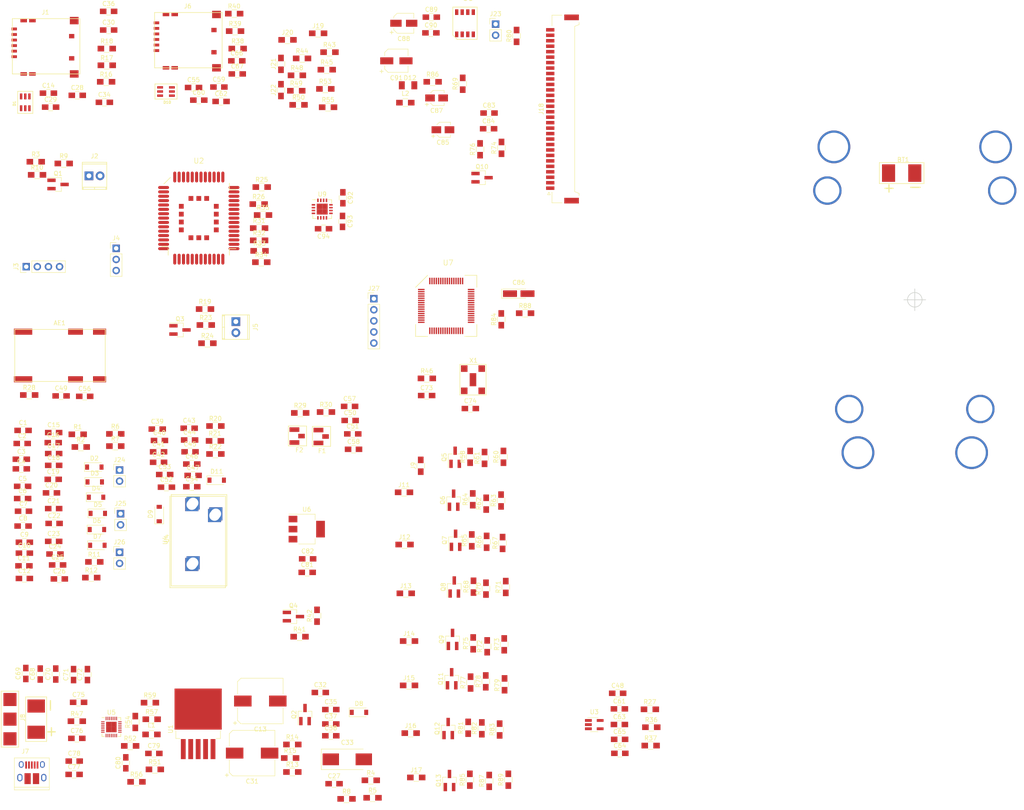
<source format=kicad_pcb>
(kicad_pcb (version 4) (host pcbnew 4.0.6-e0-6349~53~ubuntu14.04.1)
  (layers (0 F.Cu signal) (31 B.Cu signal) (34 B.Paste user) (35 F.Paste user) (36 B.SilkS user) (37 F.SilkS user hide) (38 B.Mask user) (39 F.Mask user) (44 Edge.Cuts user))
  (net 0 "")
  (net 1 "Net-(AE1-Pad1)")
  (net 2 BAT)
  (net 3 GND)
  (net 4 "Net-(C1-Pad1)")
  (net 5 "Net-(C1-Pad2)")
  (net 6 "Net-(C16-Pad2)")
  (net 7 "Net-(C18-Pad1)")
  (net 8 "Net-(C20-Pad2)")
  (net 9 "Net-(C21-Pad1)")
  (net 10 SPKP)
  (net 11 SPKN)
  (net 12 "Net-(C10-Pad1)")
  (net 13 "Net-(C10-Pad2)")
  (net 14 "Net-(C11-Pad2)")
  (net 15 VSYS)
  (net 16 SIM1_CH1)
  (net 17 SIM_GND)
  (net 18 SIM1_CH2)
  (net 19 SIM1_CH3)
  (net 20 SIM1_CH4)
  (net 21 VBAT)
  (net 22 "Net-(C39-Pad1)")
  (net 23 "Net-(C39-Pad2)")
  (net 24 "Net-(C40-Pad2)")
  (net 25 "Net-(C41-Pad2)")
  (net 26 "Net-(C42-Pad1)")
  (net 27 "Net-(C42-Pad2)")
  (net 28 RF_ANT)
  (net 29 BT_ANT)
  (net 30 GNSS_ANT)
  (net 31 SIM2_CH1)
  (net 32 "Net-(C57-Pad1)")
  (net 33 "Net-(C58-Pad1)")
  (net 34 SIM2_CH2)
  (net 35 SIM2_CH3)
  (net 36 GNSS_VCC)
  (net 37 SIM2_CH4)
  (net 38 VBUS)
  (net 39 ~MCLR~)
  (net 40 OSC)
  (net 41 USB_ADAPTER)
  (net 42 "Net-(C76-Pad1)")
  (net 43 CBST_LX)
  (net 44 VL)
  (net 45 "Net-(C78-Pad1)")
  (net 46 3V3)
  (net 47 "Net-(C83-Pad1)")
  (net 48 12V)
  (net 49 "Net-(C84-Pad2)")
  (net 50 VCORE)
  (net 51 "Net-(C88-Pad1)")
  (net 52 OLED_VDD_PIN)
  (net 53 "Net-(C90-Pad1)")
  (net 54 "Net-(D6-Pad1)")
  (net 55 "Net-(D7-Pad1)")
  (net 56 PCM_IN)
  (net 57 PCM_SYNC)
  (net 58 PCM_OUT)
  (net 59 PCM_CLK)
  (net 60 SD_CMD)
  (net 61 SD_CLK)
  (net 62 SD_DATA)
  (net 63 USB_D-)
  (net 64 USB_D+)
  (net 65 USB_ID)
  (net 66 "Net-(J9-Pad1)")
  (net 67 OLED_SDI)
  (net 68 OLED_SCK)
  (net 69 OLED_D/C)
  (net 70 OLED_RST)
  (net 71 OLED_CS)
  (net 72 OLED_BS2)
  (net 73 OLED_BS1)
  (net 74 "Net-(L1-Pad1)")
  (net 75 "Net-(Q1-Pad3)")
  (net 76 "Net-(Q2-Pad3)")
  (net 77 "Net-(Q3-Pad1)")
  (net 78 PWRKEY)
  (net 79 "Net-(Q5-Pad3)")
  (net 80 "Net-(Q6-Pad3)")
  (net 81 "Net-(Q7-Pad3)")
  (net 82 "Net-(Q8-Pad3)")
  (net 83 "Net-(Q9-Pad3)")
  (net 84 "Net-(Q10-Pad3)")
  (net 85 "Net-(Q11-Pad3)")
  (net 86 "Net-(Q12-Pad3)")
  (net 87 "Net-(Q13-Pad3)")
  (net 88 LOUDSPKP)
  (net 89 LOUDSPKN)
  (net 90 NETLIGHT)
  (net 91 GSM_ON/OFF)
  (net 92 MICP)
  (net 93 MICN)
  (net 94 "Net-(R13-Pad2)")
  (net 95 SIM_DATA)
  (net 96 SIM_CLK)
  (net 97 SIM_RST)
  (net 98 1PPS)
  (net 99 "Net-(R25-Pad1)")
  (net 100 "Net-(R25-Pad2)")
  (net 101 "Net-(R26-Pad1)")
  (net 102 "Net-(R26-Pad2)")
  (net 103 GNSS_VCC_EN)
  (net 104 GSM_RXD)
  (net 105 "Net-(R31-Pad2)")
  (net 106 GSM_TXD)
  (net 107 "Net-(R32-Pad2)")
  (net 108 "Net-(R33-Pad2)")
  (net 109 GSM_DEBUG_TXD)
  (net 110 "Net-(R34-Pad2)")
  (net 111 "Net-(R36-Pad2)")
  (net 112 SIM2_DATA)
  (net 113 SIM2_CLK)
  (net 114 SIM2_RST)
  (net 115 GSM_POWER_BTN)
  (net 116 PB1)
  (net 117 PB2)
  (net 118 PB3)
  (net 119 BT_CHRG_IND)
  (net 120 BT_DOK)
  (net 121 PB4)
  (net 122 BT_UOK)
  (net 123 LED1)
  (net 124 BT_FLT)
  (net 125 LED2)
  (net 126 LED3)
  (net 127 OLED_12V_SHDN)
  (net 128 LED4)
  (net 129 OLED_VDD)
  (net 130 LED5)
  (net 131 LED6)
  (net 132 LED7)
  (net 133 LED8)
  (net 134 "Net-(BT1-Pad1)")
  (net 135 "Net-(D12-Pad2)")
  (net 136 "Net-(J2-Pad1)")
  (net 137 "Net-(J5-Pad1)")
  (net 138 "Net-(J11-Pad1)")
  (net 139 "Net-(J12-Pad1)")
  (net 140 "Net-(J13-Pad1)")
  (net 141 "Net-(J14-Pad1)")
  (net 142 "Net-(J15-Pad1)")
  (net 143 "Net-(J16-Pad1)")
  (net 144 "Net-(J17-Pad1)")
  (net 145 "Net-(J18-Pad4)")
  (net 146 "Net-(J19-Pad2)")
  (net 147 "Net-(J20-Pad2)")
  (net 148 "Net-(J21-Pad2)")
  (net 149 "Net-(J22-Pad2)")
  (net 150 "Net-(J23-Pad1)")
  (net 151 PGED2)
  (net 152 "Net-(Q1-Pad1)")
  (net 153 "Net-(Q2-Pad1)")
  (net 154 "Net-(Q3-Pad3)")
  (net 155 "Net-(Q4-Pad1)")
  (net 156 "Net-(Q5-Pad1)")
  (net 157 "Net-(Q6-Pad1)")
  (net 158 "Net-(Q7-Pad1)")
  (net 159 "Net-(Q8-Pad1)")
  (net 160 "Net-(Q9-Pad1)")
  (net 161 "Net-(Q10-Pad1)")
  (net 162 "Net-(Q11-Pad1)")
  (net 163 "Net-(Q12-Pad1)")
  (net 164 "Net-(Q13-Pad1)")
  (net 165 "Net-(R47-Pad1)")
  (net 166 "Net-(R54-Pad1)")
  (net 167 "Net-(R56-Pad1)")
  (net 168 "Net-(R84-Pad1)")
  (net 169 "Net-(R88-Pad1)")
  (net 170 PGEC2)
  (net 171 XOUT)
  (net 172 YOUT)
  (net 173 ZOUT)
  (net 174 ST)
  (module kicad_libraries:Audio_Jack_3.5mm (layer F.Cu) (at 57.6 130.4 90)
    (fp_text reference U4 (at -5.66 -6.06 90) (layer F.SilkS))
    (fp_text value Audio_Jack3.5mm)
    (pad 1 thru_hole rect (at -11.2 0 90) (size 3 3) (drill 2.4) (layers *.Cu *.Mask) (net 3 GND))
    (pad 2 thru_hole rect (at 2.5 0 90) (size 3 3) (drill 2.4) (layers *.Cu *.Mask) (net 24 "Net-(C40-Pad2)"))
    (pad 3 thru_hole rect (at 0 5.2 90) (size 3 3) (drill 2.4) (layers *.Cu *.Mask) (net 26 "Net-(C42-Pad1)"))
  )
  (module kicad_libraries:GSM_ANTENNA_Yageo_ANT2112A010B0918A (layer F.Cu) (at 17.1 99.7)
    (fp_text reference AE1 (at 10.25 -13.39) (layer F.SilkS))
    (fp_text value Antenna)
    (pad S1 smd rect (at 19.4 -0.5) (size 3 1.4) (layers F.Cu F.Paste F.Mask))
    (pad S2 smd rect (at 1.9 -0.5) (size 4.2 1.4) (layers F.Cu F.Paste F.Mask))
    (pad S2 smd rect (at 1.9 -11.4) (size 4.2 1.4) (layers F.Cu F.Paste F.Mask))
    (pad S3 smd rect (at 13.9 -11.4) (size 3.4 1.4) (layers F.Cu F.Paste F.Mask))
    (pad S1 smd rect (at 19.4 -11.4) (size 3 1.4) (layers F.Cu F.Paste F.Mask))
    (pad 1 smd rect (at 13.9 -0.5) (size 3.4 1.4) (layers F.Cu F.Paste F.Mask) (net 1 "Net-(AE1-Pad1)"))
  )
  (module Capacitors_SMD:C_0805_HandSoldering (layer F.Cu) (at 19 110.9)
    (fp_text reference C1 (at 0 -1.75) (layer F.SilkS))
    (fp_text value 10pF)
    (pad 1 smd rect (at -1.25 0) (size 1.5 1.25) (layers F.Cu F.Paste F.Mask) (net 4 "Net-(C1-Pad1)"))
    (pad 2 smd rect (at 1.25 0) (size 1.5 1.25) (layers F.Cu F.Paste F.Mask) (net 5 "Net-(C1-Pad2)"))
  )
  (module Capacitors_SMD:C_0805_HandSoldering (layer F.Cu) (at 18.8 113.9)
    (fp_text reference C2 (at 0 -1.75) (layer F.SilkS))
    (fp_text value 10pF)
    (pad 1 smd rect (at -1.25 0) (size 1.5 1.25) (layers F.Cu F.Paste F.Mask) (net 5 "Net-(C1-Pad2)"))
    (pad 2 smd rect (at 1.25 0) (size 1.5 1.25) (layers F.Cu F.Paste F.Mask) (net 6 "Net-(C16-Pad2)"))
  )
  (module Capacitors_SMD:C_0805_HandSoldering (layer F.Cu) (at 18.6 117.5)
    (fp_text reference C3 (at 0 -1.75) (layer F.SilkS))
    (fp_text value 10pF)
    (pad 1 smd rect (at -1.25 0) (size 1.5 1.25) (layers F.Cu F.Paste F.Mask) (net 6 "Net-(C16-Pad2)"))
    (pad 2 smd rect (at 1.25 0) (size 1.5 1.25) (layers F.Cu F.Paste F.Mask) (net 3 GND))
  )
  (module Capacitors_SMD:C_0805_HandSoldering (layer F.Cu) (at 18.6 119.7)
    (fp_text reference C4 (at 0 -1.75) (layer F.SilkS))
    (fp_text value 10pF)
    (pad 1 smd rect (at -1.25 0) (size 1.5 1.25) (layers F.Cu F.Paste F.Mask) (net 7 "Net-(C18-Pad1)"))
    (pad 2 smd rect (at 1.25 0) (size 1.5 1.25) (layers F.Cu F.Paste F.Mask) (net 6 "Net-(C16-Pad2)"))
  )
  (module Capacitors_SMD:C_0805_HandSoldering (layer F.Cu) (at 18.9 123.7)
    (fp_text reference C5 (at 0 -1.75) (layer F.SilkS))
    (fp_text value 10pF)
    (pad 1 smd rect (at -1.25 0) (size 1.5 1.25) (layers F.Cu F.Paste F.Mask) (net 6 "Net-(C16-Pad2)"))
    (pad 2 smd rect (at 1.25 0) (size 1.5 1.25) (layers F.Cu F.Paste F.Mask) (net 5 "Net-(C1-Pad2)"))
  )
  (module Capacitors_SMD:C_0805_HandSoldering (layer F.Cu) (at 18.9 126.5)
    (fp_text reference C6 (at 0 -1.75) (layer F.SilkS))
    (fp_text value 10pF)
    (pad 1 smd rect (at -1.25 0) (size 1.5 1.25) (layers F.Cu F.Paste F.Mask) (net 5 "Net-(C1-Pad2)"))
    (pad 2 smd rect (at 1.25 0) (size 1.5 1.25) (layers F.Cu F.Paste F.Mask) (net 8 "Net-(C20-Pad2)"))
  )
  (module Capacitors_SMD:C_0805_HandSoldering (layer F.Cu) (at 19.1 129.4)
    (fp_text reference C7 (at 0 -1.75) (layer F.SilkS))
    (fp_text value 10pF)
    (pad 1 smd rect (at -1.25 0) (size 1.5 1.25) (layers F.Cu F.Paste F.Mask) (net 9 "Net-(C21-Pad1)"))
    (pad 2 smd rect (at 1.25 0) (size 1.5 1.25) (layers F.Cu F.Paste F.Mask) (net 10 SPKP))
  )
  (module Capacitors_SMD:C_0805_HandSoldering (layer F.Cu) (at 19 132.8)
    (fp_text reference C8 (at 0 -1.75) (layer F.SilkS))
    (fp_text value 10pF)
    (pad 1 smd rect (at -1.25 0) (size 1.5 1.25) (layers F.Cu F.Paste F.Mask) (net 10 SPKP))
    (pad 2 smd rect (at 1.25 0) (size 1.5 1.25) (layers F.Cu F.Paste F.Mask) (net 11 SPKN))
  )
  (module Capacitors_SMD:C_0805_HandSoldering (layer F.Cu) (at 19.3 136.5)
    (fp_text reference C9 (at 0 -1.75) (layer F.SilkS))
    (fp_text value 10pF)
    (pad 1 smd rect (at -1.25 0) (size 1.5 1.25) (layers F.Cu F.Paste F.Mask) (net 11 SPKN))
    (pad 2 smd rect (at 1.25 0) (size 1.5 1.25) (layers F.Cu F.Paste F.Mask) (net 3 GND))
  )
  (module Capacitors_SMD:C_0805_HandSoldering (layer F.Cu) (at 19.3 139)
    (fp_text reference C10 (at 0 -1.75) (layer F.SilkS))
    (fp_text value 10pF)
    (pad 1 smd rect (at -1.25 0) (size 1.5 1.25) (layers F.Cu F.Paste F.Mask) (net 12 "Net-(C10-Pad1)"))
    (pad 2 smd rect (at 1.25 0) (size 1.5 1.25) (layers F.Cu F.Paste F.Mask) (net 13 "Net-(C10-Pad2)"))
  )
  (module Capacitors_SMD:C_0805_HandSoldering (layer F.Cu) (at 19.2 141.9)
    (fp_text reference C11 (at 0 -1.75) (layer F.SilkS))
    (fp_text value 10pF)
    (pad 1 smd rect (at -1.25 0) (size 1.5 1.25) (layers F.Cu F.Paste F.Mask) (net 13 "Net-(C10-Pad2)"))
    (pad 2 smd rect (at 1.25 0) (size 1.5 1.25) (layers F.Cu F.Paste F.Mask) (net 14 "Net-(C11-Pad2)"))
  )
  (module Capacitors_SMD:C_0805_HandSoldering (layer F.Cu) (at 19.3 144.8)
    (fp_text reference C12 (at 0 -1.75) (layer F.SilkS))
    (fp_text value 10pF)
    (pad 1 smd rect (at -1.25 0) (size 1.5 1.25) (layers F.Cu F.Paste F.Mask) (net 14 "Net-(C11-Pad2)"))
    (pad 2 smd rect (at 1.25 0) (size 1.5 1.25) (layers F.Cu F.Paste F.Mask) (net 3 GND))
  )
  (module Capacitors_SMD:C_0805_HandSoldering (layer F.Cu) (at 24.8 33.7)
    (fp_text reference C14 (at 0 -1.75) (layer F.SilkS))
    (fp_text value 33pF)
    (pad 1 smd rect (at -1.25 0) (size 1.5 1.25) (layers F.Cu F.Paste F.Mask) (net 16 SIM1_CH1))
    (pad 2 smd rect (at 1.25 0) (size 1.5 1.25) (layers F.Cu F.Paste F.Mask) (net 17 SIM_GND))
  )
  (module Capacitors_SMD:C_0805_HandSoldering (layer F.Cu) (at 26 111.4)
    (fp_text reference C15 (at 0 -1.75) (layer F.SilkS))
    (fp_text value 33pF)
    (pad 1 smd rect (at -1.25 0) (size 1.5 1.25) (layers F.Cu F.Paste F.Mask) (net 4 "Net-(C1-Pad1)"))
    (pad 2 smd rect (at 1.25 0) (size 1.5 1.25) (layers F.Cu F.Paste F.Mask) (net 5 "Net-(C1-Pad2)"))
  )
  (module Capacitors_SMD:C_0805_HandSoldering (layer F.Cu) (at 25.9 113.7)
    (fp_text reference C16 (at 0 -1.75) (layer F.SilkS))
    (fp_text value 33pF)
    (pad 1 smd rect (at -1.25 0) (size 1.5 1.25) (layers F.Cu F.Paste F.Mask) (net 5 "Net-(C1-Pad2)"))
    (pad 2 smd rect (at 1.25 0) (size 1.5 1.25) (layers F.Cu F.Paste F.Mask) (net 6 "Net-(C16-Pad2)"))
  )
  (module Capacitors_SMD:C_0805_HandSoldering (layer F.Cu) (at 26 116.2)
    (fp_text reference C17 (at 0 -1.75) (layer F.SilkS))
    (fp_text value 33pF)
    (pad 1 smd rect (at -1.25 0) (size 1.5 1.25) (layers F.Cu F.Paste F.Mask) (net 6 "Net-(C16-Pad2)"))
    (pad 2 smd rect (at 1.25 0) (size 1.5 1.25) (layers F.Cu F.Paste F.Mask) (net 3 GND))
  )
  (module Capacitors_SMD:C_0805_HandSoldering (layer F.Cu) (at 26 118.9)
    (fp_text reference C18 (at 0 -1.75) (layer F.SilkS))
    (fp_text value 33pF)
    (pad 1 smd rect (at -1.25 0) (size 1.5 1.25) (layers F.Cu F.Paste F.Mask) (net 7 "Net-(C18-Pad1)"))
    (pad 2 smd rect (at 1.25 0) (size 1.5 1.25) (layers F.Cu F.Paste F.Mask) (net 6 "Net-(C16-Pad2)"))
  )
  (module Capacitors_SMD:C_0805_HandSoldering (layer F.Cu) (at 25.9 122.1)
    (fp_text reference C19 (at 0 -1.75) (layer F.SilkS))
    (fp_text value 33pF)
    (pad 1 smd rect (at -1.25 0) (size 1.5 1.25) (layers F.Cu F.Paste F.Mask) (net 6 "Net-(C16-Pad2)"))
    (pad 2 smd rect (at 1.25 0) (size 1.5 1.25) (layers F.Cu F.Paste F.Mask) (net 5 "Net-(C1-Pad2)"))
  )
  (module Capacitors_SMD:C_0805_HandSoldering (layer F.Cu) (at 25.5 125.2)
    (fp_text reference C20 (at 0 -1.75) (layer F.SilkS))
    (fp_text value 33pF)
    (pad 1 smd rect (at -1.25 0) (size 1.5 1.25) (layers F.Cu F.Paste F.Mask) (net 5 "Net-(C1-Pad2)"))
    (pad 2 smd rect (at 1.25 0) (size 1.5 1.25) (layers F.Cu F.Paste F.Mask) (net 8 "Net-(C20-Pad2)"))
  )
  (module Capacitors_SMD:C_0805_HandSoldering (layer F.Cu) (at 26 128.8)
    (fp_text reference C21 (at 0 -1.75) (layer F.SilkS))
    (fp_text value 33pF)
    (pad 1 smd rect (at -1.25 0) (size 1.5 1.25) (layers F.Cu F.Paste F.Mask) (net 9 "Net-(C21-Pad1)"))
    (pad 2 smd rect (at 1.25 0) (size 1.5 1.25) (layers F.Cu F.Paste F.Mask) (net 10 SPKP))
  )
  (module Capacitors_SMD:C_0805_HandSoldering (layer F.Cu) (at 26.1 132.2)
    (fp_text reference C22 (at 0 -1.75) (layer F.SilkS))
    (fp_text value 33pF)
    (pad 1 smd rect (at -1.25 0) (size 1.5 1.25) (layers F.Cu F.Paste F.Mask) (net 10 SPKP))
    (pad 2 smd rect (at 1.25 0) (size 1.5 1.25) (layers F.Cu F.Paste F.Mask) (net 11 SPKN))
  )
  (module Capacitors_SMD:C_0805_HandSoldering (layer F.Cu) (at 26 136.3)
    (fp_text reference C23 (at 0 -1.75) (layer F.SilkS))
    (fp_text value 33pF)
    (pad 1 smd rect (at -1.25 0) (size 1.5 1.25) (layers F.Cu F.Paste F.Mask) (net 11 SPKN))
    (pad 2 smd rect (at 1.25 0) (size 1.5 1.25) (layers F.Cu F.Paste F.Mask) (net 3 GND))
  )
  (module Capacitors_SMD:C_0805_HandSoldering (layer F.Cu) (at 26.3 139.2)
    (fp_text reference C24 (at 0 -1.75) (layer F.SilkS))
    (fp_text value 33pF)
    (pad 1 smd rect (at -1.25 0) (size 1.5 1.25) (layers F.Cu F.Paste F.Mask) (net 12 "Net-(C10-Pad1)"))
    (pad 2 smd rect (at 1.25 0) (size 1.5 1.25) (layers F.Cu F.Paste F.Mask) (net 13 "Net-(C10-Pad2)"))
  )
  (module Capacitors_SMD:C_0805_HandSoldering (layer F.Cu) (at 26.9 141.7)
    (fp_text reference C25 (at 0 -1.75) (layer F.SilkS))
    (fp_text value 33pF)
    (pad 1 smd rect (at -1.25 0) (size 1.5 1.25) (layers F.Cu F.Paste F.Mask) (net 13 "Net-(C10-Pad2)"))
    (pad 2 smd rect (at 1.25 0) (size 1.5 1.25) (layers F.Cu F.Paste F.Mask) (net 14 "Net-(C11-Pad2)"))
  )
  (module Capacitors_SMD:C_0805_HandSoldering (layer F.Cu) (at 27.3 144.9)
    (fp_text reference C26 (at 0 -1.75) (layer F.SilkS))
    (fp_text value 33pF)
    (pad 1 smd rect (at -1.25 0) (size 1.5 1.25) (layers F.Cu F.Paste F.Mask) (net 14 "Net-(C11-Pad2)"))
    (pad 2 smd rect (at 1.25 0) (size 1.5 1.25) (layers F.Cu F.Paste F.Mask) (net 3 GND))
  )
  (module Capacitors_SMD:C_0805_HandSoldering (layer F.Cu) (at 31.4 34.2)
    (fp_text reference C28 (at 0 -1.75) (layer F.SilkS))
    (fp_text value 33pF)
    (pad 1 smd rect (at -1.25 0) (size 1.5 1.25) (layers F.Cu F.Paste F.Mask) (net 18 SIM1_CH2))
    (pad 2 smd rect (at 1.25 0) (size 1.5 1.25) (layers F.Cu F.Paste F.Mask) (net 17 SIM_GND))
  )
  (module Capacitors_SMD:C_0805_HandSoldering (layer F.Cu) (at 25.3 36.9)
    (fp_text reference C29 (at 0 -1.75) (layer F.SilkS))
    (fp_text value 33pF)
    (pad 1 smd rect (at -1.25 0) (size 1.5 1.25) (layers F.Cu F.Paste F.Mask) (net 19 SIM1_CH3))
    (pad 2 smd rect (at 1.25 0) (size 1.5 1.25) (layers F.Cu F.Paste F.Mask) (net 17 SIM_GND))
  )
  (module Capacitors_SMD:C_0805_HandSoldering (layer F.Cu) (at 38.575 19.25)
    (fp_text reference C30 (at 0 -1.75) (layer F.SilkS))
    (fp_text value 33pF)
    (pad 1 smd rect (at -1.25 0) (size 1.5 1.25) (layers F.Cu F.Paste F.Mask) (net 20 SIM1_CH4))
    (pad 2 smd rect (at 1.25 0) (size 1.5 1.25) (layers F.Cu F.Paste F.Mask) (net 17 SIM_GND))
  )
  (module Capacitors_SMD:C_0805_HandSoldering (layer F.Cu) (at 87 170.9)
    (fp_text reference C32 (at 0 -1.75) (layer F.SilkS))
    (fp_text value 100nF)
    (pad 1 smd rect (at -1.25 0) (size 1.5 1.25) (layers F.Cu F.Paste F.Mask) (net 21 VBAT))
    (pad 2 smd rect (at 1.25 0) (size 1.5 1.25) (layers F.Cu F.Paste F.Mask) (net 3 GND))
  )
  (module Capacitors_Tantalum_SMD:CP_Tantalum_Case-X_EIA-7343-43_Hand (layer F.Cu) (at 93.175 186.2)
    (fp_text reference C33 (at 0 -3.85) (layer F.SilkS))
    (fp_text value "100uF,Tantalum, ESR=0.7Ohm")
    (pad 1 smd rect (at -3.775 0) (size 3.75 2.7) (layers F.Cu F.Paste F.Mask) (net 21 VBAT))
    (pad 2 smd rect (at 3.775 0) (size 3.75 2.7) (layers F.Cu F.Paste F.Mask) (net 3 GND))
  )
  (module Capacitors_SMD:C_0805_HandSoldering (layer F.Cu) (at 37.6 35.8)
    (fp_text reference C34 (at 0 -1.75) (layer F.SilkS))
    (fp_text value 100nF)
    (pad 1 smd rect (at -1.25 0) (size 1.5 1.25) (layers F.Cu F.Paste F.Mask) (net 16 SIM1_CH1))
    (pad 2 smd rect (at 1.25 0) (size 1.5 1.25) (layers F.Cu F.Paste F.Mask) (net 17 SIM_GND))
  )
  (module Capacitors_SMD:C_0805_HandSoldering (layer F.Cu) (at 89.4 174.8)
    (fp_text reference C35 (at 0 -1.75) (layer F.SilkS))
    (fp_text value 100nF)
    (pad 1 smd rect (at -1.25 0) (size 1.5 1.25) (layers F.Cu F.Paste F.Mask) (net 21 VBAT))
    (pad 2 smd rect (at 1.25 0) (size 1.5 1.25) (layers F.Cu F.Paste F.Mask) (net 3 GND))
  )
  (module Capacitors_SMD:C_0805_HandSoldering (layer F.Cu) (at 38.575 14.975)
    (fp_text reference C36 (at 0 -1.75) (layer F.SilkS))
    (fp_text value 100nF)
    (pad 1 smd rect (at -1.25 0) (size 1.5 1.25) (layers F.Cu F.Paste F.Mask) (net 16 SIM1_CH1))
    (pad 2 smd rect (at 1.25 0) (size 1.5 1.25) (layers F.Cu F.Paste F.Mask) (net 17 SIM_GND))
  )
  (module Capacitors_SMD:C_0805_HandSoldering (layer F.Cu) (at 89.4 178.1)
    (fp_text reference C37 (at 0 -1.75) (layer F.SilkS))
    (fp_text value 10pF)
    (pad 1 smd rect (at -1.25 0) (size 1.5 1.25) (layers F.Cu F.Paste F.Mask) (net 21 VBAT))
    (pad 2 smd rect (at 1.25 0) (size 1.5 1.25) (layers F.Cu F.Paste F.Mask) (net 3 GND))
  )
  (module Capacitors_SMD:C_0805_HandSoldering (layer F.Cu) (at 89.4 180.8)
    (fp_text reference C38 (at 0 -1.75) (layer F.SilkS))
    (fp_text value 33pF)
    (pad 1 smd rect (at -1.25 0) (size 1.5 1.25) (layers F.Cu F.Paste F.Mask) (net 21 VBAT))
    (pad 2 smd rect (at 1.25 0) (size 1.5 1.25) (layers F.Cu F.Paste F.Mask) (net 3 GND))
  )
  (module Capacitors_SMD:C_0805_HandSoldering (layer F.Cu) (at 49.7 110.6)
    (fp_text reference C39 (at 0 -1.75) (layer F.SilkS))
    (fp_text value 10pF)
    (pad 1 smd rect (at -1.25 0) (size 1.5 1.25) (layers F.Cu F.Paste F.Mask) (net 22 "Net-(C39-Pad1)"))
    (pad 2 smd rect (at 1.25 0) (size 1.5 1.25) (layers F.Cu F.Paste F.Mask) (net 23 "Net-(C39-Pad2)"))
  )
  (module Capacitors_SMD:C_0805_HandSoldering (layer F.Cu) (at 50.2 113.2)
    (fp_text reference C40 (at 0 -1.75) (layer F.SilkS))
    (fp_text value 10pF)
    (pad 1 smd rect (at -1.25 0) (size 1.5 1.25) (layers F.Cu F.Paste F.Mask) (net 23 "Net-(C39-Pad2)"))
    (pad 2 smd rect (at 1.25 0) (size 1.5 1.25) (layers F.Cu F.Paste F.Mask) (net 24 "Net-(C40-Pad2)"))
  )
  (module Capacitors_SMD:C_0805_HandSoldering (layer F.Cu) (at 50 115.8)
    (fp_text reference C41 (at 0 -1.75) (layer F.SilkS))
    (fp_text value 10pF)
    (pad 1 smd rect (at -1.25 0) (size 1.5 1.25) (layers F.Cu F.Paste F.Mask) (net 24 "Net-(C40-Pad2)"))
    (pad 2 smd rect (at 1.25 0) (size 1.5 1.25) (layers F.Cu F.Paste F.Mask) (net 25 "Net-(C41-Pad2)"))
  )
  (module Capacitors_SMD:C_0805_HandSoldering (layer F.Cu) (at 50 118.2)
    (fp_text reference C42 (at 0 -1.75) (layer F.SilkS))
    (fp_text value 22uF)
    (pad 1 smd rect (at -1.25 0) (size 1.5 1.25) (layers F.Cu F.Paste F.Mask) (net 26 "Net-(C42-Pad1)"))
    (pad 2 smd rect (at 1.25 0) (size 1.5 1.25) (layers F.Cu F.Paste F.Mask) (net 27 "Net-(C42-Pad2)"))
  )
  (module Capacitors_SMD:C_0805_HandSoldering (layer F.Cu) (at 57 110.4)
    (fp_text reference C43 (at 0 -1.75) (layer F.SilkS))
    (fp_text value 33pF)
    (pad 1 smd rect (at -1.25 0) (size 1.5 1.25) (layers F.Cu F.Paste F.Mask) (net 22 "Net-(C39-Pad1)"))
    (pad 2 smd rect (at 1.25 0) (size 1.5 1.25) (layers F.Cu F.Paste F.Mask) (net 23 "Net-(C39-Pad2)"))
  )
  (module Capacitors_SMD:C_0805_HandSoldering (layer F.Cu) (at 57.1 113.1)
    (fp_text reference C44 (at 0 -1.75) (layer F.SilkS))
    (fp_text value 33pF)
    (pad 1 smd rect (at -1.25 0) (size 1.5 1.25) (layers F.Cu F.Paste F.Mask) (net 23 "Net-(C39-Pad2)"))
    (pad 2 smd rect (at 1.25 0) (size 1.5 1.25) (layers F.Cu F.Paste F.Mask) (net 24 "Net-(C40-Pad2)"))
  )
  (module Capacitors_SMD:C_0805_HandSoldering (layer F.Cu) (at 57.2 115.8)
    (fp_text reference C45 (at 0 -1.75) (layer F.SilkS))
    (fp_text value 33pF)
    (pad 1 smd rect (at -1.25 0) (size 1.5 1.25) (layers F.Cu F.Paste F.Mask) (net 24 "Net-(C40-Pad2)"))
    (pad 2 smd rect (at 1.25 0) (size 1.5 1.25) (layers F.Cu F.Paste F.Mask) (net 25 "Net-(C41-Pad2)"))
  )
  (module Capacitors_SMD:C_0805_HandSoldering (layer F.Cu) (at 57.6 118.6)
    (fp_text reference C46 (at 0 -1.75) (layer F.SilkS))
    (fp_text value 10uF)
    (pad 1 smd rect (at -1.25 0) (size 1.5 1.25) (layers F.Cu F.Paste F.Mask) (net 26 "Net-(C42-Pad1)"))
    (pad 2 smd rect (at 1.25 0) (size 1.5 1.25) (layers F.Cu F.Paste F.Mask) (net 3 GND))
  )
  (module Capacitors_SMD:C_0805_HandSoldering (layer F.Cu) (at 57.9 121.2)
    (fp_text reference C47 (at 0 -1.75) (layer F.SilkS))
    (fp_text value 33pF)
    (pad 1 smd rect (at -1.25 0) (size 1.5 1.25) (layers F.Cu F.Paste F.Mask) (net 26 "Net-(C42-Pad1)"))
    (pad 2 smd rect (at 1.25 0) (size 1.5 1.25) (layers F.Cu F.Paste F.Mask) (net 3 GND))
  )
  (module Capacitors_SMD:C_0805_HandSoldering (layer F.Cu) (at 155.025 171.075)
    (fp_text reference C48 (at 0 -1.75) (layer F.SilkS))
    (fp_text value 1uF)
    (pad 1 smd rect (at -1.25 0) (size 1.5 1.25) (layers F.Cu F.Paste F.Mask) (net 21 VBAT))
    (pad 2 smd rect (at 1.25 0) (size 1.5 1.25) (layers F.Cu F.Paste F.Mask) (net 3 GND))
  )
  (module Capacitors_SMD:C_0805_HandSoldering (layer F.Cu) (at 27.7 103)
    (fp_text reference C49 (at 0 -1.75) (layer F.SilkS))
    (fp_text value "NM C")
    (pad 1 smd rect (at -1.25 0) (size 1.5 1.25) (layers F.Cu F.Paste F.Mask) (net 28 RF_ANT))
    (pad 2 smd rect (at 1.25 0) (size 1.5 1.25) (layers F.Cu F.Paste F.Mask) (net 3 GND))
  )
  (module Capacitors_SMD:C_0805_HandSoldering (layer F.Cu) (at 93.825 108.625)
    (fp_text reference C50 (at 0 -1.75) (layer F.SilkS))
    (fp_text value "NM C")
    (pad 1 smd rect (at -1.25 0) (size 1.5 1.25) (layers F.Cu F.Paste F.Mask) (net 29 BT_ANT))
    (pad 2 smd rect (at 1.25 0) (size 1.5 1.25) (layers F.Cu F.Paste F.Mask) (net 3 GND))
  )
  (module Capacitors_SMD:C_0805_HandSoldering (layer F.Cu) (at 94.425 111.7)
    (fp_text reference C51 (at 0 -1.75) (layer F.SilkS))
    (fp_text value "NM C")
    (pad 1 smd rect (at -1.25 0) (size 1.5 1.25) (layers F.Cu F.Paste F.Mask) (net 30 GNSS_ANT))
    (pad 2 smd rect (at 1.25 0) (size 1.5 1.25) (layers F.Cu F.Paste F.Mask) (net 3 GND))
  )
  (module Capacitors_SMD:C_0805_HandSoldering (layer F.Cu) (at 51.8 123.9)
    (fp_text reference C52 (at 0 -1.75) (layer F.SilkS))
    (fp_text value 10uF)
    (pad 1 smd rect (at -1.25 0) (size 1.5 1.25) (layers F.Cu F.Paste F.Mask) (net 24 "Net-(C40-Pad2)"))
    (pad 2 smd rect (at 1.25 0) (size 1.5 1.25) (layers F.Cu F.Paste F.Mask) (net 3 GND))
  )
  (module Capacitors_SMD:C_0805_HandSoldering (layer F.Cu) (at 51.4 121)
    (fp_text reference C53 (at 0 -1.75) (layer F.SilkS))
    (fp_text value 4.7uF)
    (pad 1 smd rect (at -1.25 0) (size 1.5 1.25) (layers F.Cu F.Paste F.Mask) (net 3 GND))
    (pad 2 smd rect (at 1.25 0) (size 1.5 1.25) (layers F.Cu F.Paste F.Mask) (net 23 "Net-(C39-Pad2)"))
  )
  (module Capacitors_SMD:C_0805_HandSoldering (layer F.Cu) (at 57.6 123.8)
    (fp_text reference C54 (at 0 -1.75) (layer F.SilkS))
    (fp_text value 33pF)
    (pad 1 smd rect (at -1.25 0) (size 1.5 1.25) (layers F.Cu F.Paste F.Mask) (net 24 "Net-(C40-Pad2)"))
    (pad 2 smd rect (at 1.25 0) (size 1.5 1.25) (layers F.Cu F.Paste F.Mask) (net 3 GND))
  )
  (module Capacitors_SMD:C_0805_HandSoldering (layer F.Cu) (at 58 32.4)
    (fp_text reference C55 (at 0 -1.75) (layer F.SilkS))
    (fp_text value 33pF)
    (pad 1 smd rect (at -1.25 0) (size 1.5 1.25) (layers F.Cu F.Paste F.Mask) (net 31 SIM2_CH1))
    (pad 2 smd rect (at 1.25 0) (size 1.5 1.25) (layers F.Cu F.Paste F.Mask) (net 17 SIM_GND))
  )
  (module Capacitors_SMD:C_0805_HandSoldering (layer F.Cu) (at 33.1 103.1)
    (fp_text reference C56 (at 0 -1.75) (layer F.SilkS))
    (fp_text value "NM C")
    (pad 1 smd rect (at -1.25 0) (size 1.5 1.25) (layers F.Cu F.Paste F.Mask) (net 1 "Net-(AE1-Pad1)"))
    (pad 2 smd rect (at 1.25 0) (size 1.5 1.25) (layers F.Cu F.Paste F.Mask) (net 3 GND))
  )
  (module Capacitors_SMD:C_0805_HandSoldering (layer F.Cu) (at 93.7 105.4)
    (fp_text reference C57 (at 0 -1.75) (layer F.SilkS))
    (fp_text value "NM C")
    (pad 1 smd rect (at -1.25 0) (size 1.5 1.25) (layers F.Cu F.Paste F.Mask) (net 32 "Net-(C57-Pad1)"))
    (pad 2 smd rect (at 1.25 0) (size 1.5 1.25) (layers F.Cu F.Paste F.Mask) (net 3 GND))
  )
  (module Capacitors_SMD:C_0805_HandSoldering (layer F.Cu) (at 94.6 115.225)
    (fp_text reference C58 (at 0 -1.75) (layer F.SilkS))
    (fp_text value "NM C")
    (pad 1 smd rect (at -1.25 0) (size 1.5 1.25) (layers F.Cu F.Paste F.Mask) (net 33 "Net-(C58-Pad1)"))
    (pad 2 smd rect (at 1.25 0) (size 1.5 1.25) (layers F.Cu F.Paste F.Mask) (net 3 GND))
  )
  (module Capacitors_SMD:C_0805_HandSoldering (layer F.Cu) (at 63.8 32.3)
    (fp_text reference C59 (at 0 -1.75) (layer F.SilkS))
    (fp_text value 33pF)
    (pad 1 smd rect (at -1.25 0) (size 1.5 1.25) (layers F.Cu F.Paste F.Mask) (net 34 SIM2_CH2))
    (pad 2 smd rect (at 1.25 0) (size 1.5 1.25) (layers F.Cu F.Paste F.Mask) (net 17 SIM_GND))
  )
  (module Capacitors_SMD:C_0805_HandSoldering (layer F.Cu) (at 59.2 35.3)
    (fp_text reference C60 (at 0 -1.75) (layer F.SilkS))
    (fp_text value 33pF)
    (pad 1 smd rect (at -1.25 0) (size 1.5 1.25) (layers F.Cu F.Paste F.Mask) (net 35 SIM2_CH3))
    (pad 2 smd rect (at 1.25 0) (size 1.5 1.25) (layers F.Cu F.Paste F.Mask) (net 17 SIM_GND))
  )
  (module Capacitors_SMD:C_0805_HandSoldering (layer F.Cu) (at 155.425 174.65)
    (fp_text reference C61 (at 0 -1.75) (layer F.SilkS))
    (fp_text value 4.7uF)
    (pad 1 smd rect (at -1.25 0) (size 1.5 1.25) (layers F.Cu F.Paste F.Mask) (net 36 GNSS_VCC))
    (pad 2 smd rect (at 1.25 0) (size 1.5 1.25) (layers F.Cu F.Paste F.Mask) (net 3 GND))
  )
  (module Capacitors_SMD:C_0805_HandSoldering (layer F.Cu) (at 64.3 35.6)
    (fp_text reference C62 (at 0 -1.75) (layer F.SilkS))
    (fp_text value 33pF)
    (pad 1 smd rect (at -1.25 0) (size 1.5 1.25) (layers F.Cu F.Paste F.Mask) (net 37 SIM2_CH4))
    (pad 2 smd rect (at 1.25 0) (size 1.5 1.25) (layers F.Cu F.Paste F.Mask) (net 17 SIM_GND))
  )
  (module Capacitors_SMD:C_0805_HandSoldering (layer F.Cu) (at 155.425 178.225)
    (fp_text reference C63 (at 0 -1.75) (layer F.SilkS))
    (fp_text value 100nF)
    (pad 1 smd rect (at -1.25 0) (size 1.5 1.25) (layers F.Cu F.Paste F.Mask) (net 36 GNSS_VCC))
    (pad 2 smd rect (at 1.25 0) (size 1.5 1.25) (layers F.Cu F.Paste F.Mask) (net 3 GND))
  )
  (module Capacitors_SMD:C_0805_HandSoldering (layer F.Cu) (at 155.525 184.825)
    (fp_text reference C64 (at 0 -1.75) (layer F.SilkS))
    (fp_text value 10uF)
    (pad 1 smd rect (at -1.25 0) (size 1.5 1.25) (layers F.Cu F.Paste F.Mask) (net 36 GNSS_VCC))
    (pad 2 smd rect (at 1.25 0) (size 1.5 1.25) (layers F.Cu F.Paste F.Mask) (net 3 GND))
  )
  (module Capacitors_SMD:C_0805_HandSoldering (layer F.Cu) (at 155.475 181.625)
    (fp_text reference C65 (at 0 -1.75) (layer F.SilkS))
    (fp_text value 100nF)
    (pad 1 smd rect (at -1.25 0) (size 1.5 1.25) (layers F.Cu F.Paste F.Mask) (net 36 GNSS_VCC))
    (pad 2 smd rect (at 1.25 0) (size 1.5 1.25) (layers F.Cu F.Paste F.Mask) (net 3 GND))
  )
  (module Capacitors_SMD:C_0805_HandSoldering (layer F.Cu) (at 67.9 26.3)
    (fp_text reference C66 (at 0 -1.75) (layer F.SilkS))
    (fp_text value 100nF)
    (pad 1 smd rect (at -1.25 0) (size 1.5 1.25) (layers F.Cu F.Paste F.Mask) (net 31 SIM2_CH1))
    (pad 2 smd rect (at 1.25 0) (size 1.5 1.25) (layers F.Cu F.Paste F.Mask) (net 17 SIM_GND))
  )
  (module Capacitors_SMD:C_0805_HandSoldering (layer F.Cu) (at 68 29.3)
    (fp_text reference C67 (at 0 -1.75) (layer F.SilkS))
    (fp_text value 100nF)
    (pad 1 smd rect (at -1.25 0) (size 1.5 1.25) (layers F.Cu F.Paste F.Mask) (net 31 SIM2_CH1))
    (pad 2 smd rect (at 1.25 0) (size 1.5 1.25) (layers F.Cu F.Paste F.Mask) (net 17 SIM_GND))
  )
  (module Capacitors_SMD:C_0805_HandSoldering (layer F.Cu) (at 22.925 166.675 90)
    (fp_text reference C68 (at 0 -1.75 90) (layer F.SilkS))
    (fp_text value 100uF)
    (pad 1 smd rect (at -1.25 0 90) (size 1.5 1.25) (layers F.Cu F.Paste F.Mask) (net 15 VSYS))
    (pad 2 smd rect (at 1.25 0 90) (size 1.5 1.25) (layers F.Cu F.Paste F.Mask) (net 3 GND))
  )
  (module Capacitors_SMD:C_0805_HandSoldering (layer F.Cu) (at 19.625 166.55 90)
    (fp_text reference C69 (at 0 -1.75 90) (layer F.SilkS))
    (fp_text value 4.7uF)
    (pad 1 smd rect (at -1.25 0 90) (size 1.5 1.25) (layers F.Cu F.Paste F.Mask) (net 38 VBUS))
    (pad 2 smd rect (at 1.25 0 90) (size 1.5 1.25) (layers F.Cu F.Paste F.Mask) (net 3 GND))
  )
  (module Capacitors_SMD:C_0805_HandSoldering (layer F.Cu) (at 26.475 166.675 90)
    (fp_text reference C70 (at 0 -1.75 90) (layer F.SilkS))
    (fp_text value 100uF)
    (pad 1 smd rect (at -1.25 0 90) (size 1.5 1.25) (layers F.Cu F.Paste F.Mask) (net 15 VSYS))
    (pad 2 smd rect (at 1.25 0 90) (size 1.5 1.25) (layers F.Cu F.Paste F.Mask) (net 3 GND))
  )
  (module Capacitors_SMD:C_0805_HandSoldering (layer F.Cu) (at 30.55 166.8 90)
    (fp_text reference C71 (at 0 -1.75 90) (layer F.SilkS))
    (fp_text value 100uF)
    (pad 1 smd rect (at -1.25 0 90) (size 1.5 1.25) (layers F.Cu F.Paste F.Mask) (net 15 VSYS))
    (pad 2 smd rect (at 1.25 0 90) (size 1.5 1.25) (layers F.Cu F.Paste F.Mask) (net 3 GND))
  )
  (module Capacitors_SMD:C_0805_HandSoldering (layer F.Cu) (at 33.725 166.8 90)
    (fp_text reference C72 (at 0 -1.75 90) (layer F.SilkS))
    (fp_text value 100uF)
    (pad 1 smd rect (at -1.25 0 90) (size 1.5 1.25) (layers F.Cu F.Paste F.Mask) (net 15 VSYS))
    (pad 2 smd rect (at 1.25 0 90) (size 1.5 1.25) (layers F.Cu F.Paste F.Mask) (net 3 GND))
  )
  (module Capacitors_SMD:C_0805_HandSoldering (layer F.Cu) (at 111.325 102.925)
    (fp_text reference C73 (at 0 -1.75) (layer F.SilkS))
    (fp_text value 0.1uF)
    (pad 1 smd rect (at -1.25 0) (size 1.5 1.25) (layers F.Cu F.Paste F.Mask) (net 39 ~MCLR~))
    (pad 2 smd rect (at 1.25 0) (size 1.5 1.25) (layers F.Cu F.Paste F.Mask) (net 3 GND))
  )
  (module Capacitors_SMD:C_0805_HandSoldering (layer F.Cu) (at 121.325 105.9)
    (fp_text reference C74 (at 0 -1.75) (layer F.SilkS))
    (fp_text value 15pF)
    (pad 1 smd rect (at -1.25 0) (size 1.5 1.25) (layers F.Cu F.Paste F.Mask) (net 40 OSC))
    (pad 2 smd rect (at 1.25 0) (size 1.5 1.25) (layers F.Cu F.Paste F.Mask) (net 3 GND))
  )
  (module Capacitors_SMD:C_0805_HandSoldering (layer F.Cu) (at 31.7 173.15)
    (fp_text reference C75 (at 0 -1.75) (layer F.SilkS))
    (fp_text value 4.7uF)
    (pad 1 smd rect (at -1.25 0) (size 1.5 1.25) (layers F.Cu F.Paste F.Mask) (net 3 GND))
    (pad 2 smd rect (at 1.25 0) (size 1.5 1.25) (layers F.Cu F.Paste F.Mask) (net 41 USB_ADAPTER))
  )
  (module Capacitors_SMD:C_0805_HandSoldering (layer F.Cu) (at 31.3 181.4)
    (fp_text reference C76 (at 0 -1.75) (layer F.SilkS))
    (fp_text value 0.1uF)
    (pad 1 smd rect (at -1.25 0) (size 1.5 1.25) (layers F.Cu F.Paste F.Mask) (net 42 "Net-(C76-Pad1)"))
    (pad 2 smd rect (at 1.25 0) (size 1.5 1.25) (layers F.Cu F.Paste F.Mask) (net 43 CBST_LX))
  )
  (module Capacitors_SMD:C_0805_HandSoldering (layer F.Cu) (at 30.675 189.65)
    (fp_text reference C77 (at 0 -1.75) (layer F.SilkS))
    (fp_text value 1uF)
    (pad 1 smd rect (at -1.25 0) (size 1.5 1.25) (layers F.Cu F.Paste F.Mask) (net 44 VL))
    (pad 2 smd rect (at 1.25 0) (size 1.5 1.25) (layers F.Cu F.Paste F.Mask) (net 3 GND))
  )
  (module Capacitors_SMD:C_0805_HandSoldering (layer F.Cu) (at 30.7 186.6)
    (fp_text reference C78 (at 0 -1.75) (layer F.SilkS))
    (fp_text value 0.15uF)
    (pad 1 smd rect (at -1.25 0) (size 1.5 1.25) (layers F.Cu F.Paste F.Mask) (net 45 "Net-(C78-Pad1)"))
    (pad 2 smd rect (at 1.25 0) (size 1.5 1.25) (layers F.Cu F.Paste F.Mask) (net 3 GND))
  )
  (module Capacitors_SMD:C_0805_HandSoldering (layer F.Cu) (at 48.925 184.85)
    (fp_text reference C79 (at 0 -1.75) (layer F.SilkS))
    (fp_text value 10uF)
    (pad 1 smd rect (at -1.25 0) (size 1.5 1.25) (layers F.Cu F.Paste F.Mask) (net 15 VSYS))
    (pad 2 smd rect (at 1.25 0) (size 1.5 1.25) (layers F.Cu F.Paste F.Mask) (net 3 GND))
  )
  (module Capacitors_SMD:C_0805_HandSoldering (layer F.Cu) (at 42.5 187 90)
    (fp_text reference C80 (at 0 -1.75 90) (layer F.SilkS))
    (fp_text value 10uF)
    (pad 1 smd rect (at -1.25 0 90) (size 1.5 1.25) (layers F.Cu F.Paste F.Mask) (net 3 GND))
    (pad 2 smd rect (at 1.25 0 90) (size 1.5 1.25) (layers F.Cu F.Paste F.Mask) (net 2 BAT))
  )
  (module Capacitors_SMD:C_0805_HandSoldering (layer F.Cu) (at 84 143.4)
    (fp_text reference C81 (at 0 -1.75) (layer F.SilkS))
    (fp_text value 0.47uF)
    (pad 1 smd rect (at -1.25 0) (size 1.5 1.25) (layers F.Cu F.Paste F.Mask) (net 15 VSYS))
    (pad 2 smd rect (at 1.25 0) (size 1.5 1.25) (layers F.Cu F.Paste F.Mask) (net 3 GND))
  )
  (module Capacitors_SMD:C_0805_HandSoldering (layer F.Cu) (at 84.1 140.3)
    (fp_text reference C82 (at 0 -1.75) (layer F.SilkS))
    (fp_text value 33uF)
    (pad 1 smd rect (at -1.25 0) (size 1.5 1.25) (layers F.Cu F.Paste F.Mask) (net 46 3V3))
    (pad 2 smd rect (at 1.25 0) (size 1.5 1.25) (layers F.Cu F.Paste F.Mask) (net 3 GND))
  )
  (module Capacitors_SMD:C_0805_HandSoldering (layer F.Cu) (at 125.6 38.25)
    (fp_text reference C83 (at 0 -1.75) (layer F.SilkS))
    (fp_text value 47pF)
    (pad 1 smd rect (at -1.25 0) (size 1.5 1.25) (layers F.Cu F.Paste F.Mask) (net 47 "Net-(C83-Pad1)"))
    (pad 2 smd rect (at 1.25 0) (size 1.5 1.25) (layers F.Cu F.Paste F.Mask) (net 3 GND))
  )
  (module Capacitors_SMD:C_0805_HandSoldering (layer F.Cu) (at 125.5 41.85)
    (fp_text reference C84 (at 0 -1.75) (layer F.SilkS))
    (fp_text value 1pF)
    (pad 1 smd rect (at -1.25 0) (size 1.5 1.25) (layers F.Cu F.Paste F.Mask) (net 48 12V))
    (pad 2 smd rect (at 1.25 0) (size 1.5 1.25) (layers F.Cu F.Paste F.Mask) (net 49 "Net-(C84-Pad2)"))
  )
  (module Capacitors_SMD:CP_Elec_3x5.3 (layer F.Cu) (at 115.05 42.075)
    (fp_text reference C85 (at 0 2.9) (layer F.SilkS))
    (fp_text value 33uF,16V)
    (fp_text user + (at -2.22 1.4) (layer F.SilkS))
    (pad 2 smd rect (at 1.5 0) (size 2.2 1.6) (layers F.Cu F.Paste F.Mask) (net 3 GND))
    (pad 1 smd rect (at -1.5 0) (size 2.2 1.6) (layers F.Cu F.Paste F.Mask) (net 46 3V3))
  )
  (module Capacitors_SMD:CP_Elec_3x5.3 (layer F.Cu) (at 113.6 34.8)
    (fp_text reference C87 (at 0 2.9) (layer F.SilkS))
    (fp_text value 33uF,16V,E)
    (fp_text user + (at -2.22 1.4) (layer F.SilkS))
    (pad 2 smd rect (at 1.5 0) (size 2.2 1.6) (layers F.Cu F.Paste F.Mask) (net 3 GND))
    (pad 1 smd rect (at -1.5 0) (size 2.2 1.6) (layers F.Cu F.Paste F.Mask) (net 48 12V))
  )
  (module Capacitors_SMD:C_0805_HandSoldering (layer F.Cu) (at 112.4 16.3)
    (fp_text reference C89 (at 0 -1.75) (layer F.SilkS))
    (fp_text value 4.7uF)
    (pad 1 smd rect (at -1.25 0) (size 1.5 1.25) (layers F.Cu F.Paste F.Mask) (net 52 OLED_VDD_PIN))
    (pad 2 smd rect (at 1.25 0) (size 1.5 1.25) (layers F.Cu F.Paste F.Mask) (net 3 GND))
  )
  (module Capacitors_SMD:C_0805_HandSoldering (layer F.Cu) (at 112.3 19.9)
    (fp_text reference C90 (at 0 -1.75) (layer F.SilkS))
    (fp_text value 4.7uF)
    (pad 1 smd rect (at -1.25 0) (size 1.5 1.25) (layers F.Cu F.Paste F.Mask) (net 53 "Net-(C90-Pad1)"))
    (pad 2 smd rect (at 1.25 0) (size 1.5 1.25) (layers F.Cu F.Paste F.Mask) (net 3 GND))
  )
  (module kicad_libraries:CM1224-4SO-SOT23 (layer F.Cu) (at 19.5 35.8)
    (fp_text reference D1 (at -2.47 0.27 90) (layer F.SilkS) (effects (font (size 0.6 0.6))))
    (fp_text value TVS_DIODE_CM1224)
    (pad 6 smd rect (at -0.95 -1.35) (size 0.56 1.35) (layers F.Cu F.Paste F.Mask) (net 20 SIM1_CH4))
    (pad 1 smd rect (at -0.95 1.35) (size 0.56 1.35) (layers F.Cu F.Paste F.Mask) (net 16 SIM1_CH1))
    (pad 5 smd rect (at 0 -1.35) (size 0.56 1.35) (layers F.Cu F.Paste F.Mask) (net 16 SIM1_CH1))
    (pad 2 smd rect (at 0 1.35) (size 0.56 1.35) (layers F.Cu F.Paste F.Mask) (net 17 SIM_GND))
    (pad 4 smd rect (at 0.95 -1.35) (size 0.56 1.35) (layers F.Cu F.Paste F.Mask) (net 19 SIM1_CH3))
    (pad 3 smd rect (at 0.95 1.35) (size 0.56 1.35) (layers F.Cu F.Paste F.Mask) (net 18 SIM1_CH2))
  )
  (module Diodes_SMD:D_SOD-123 (layer F.Cu) (at 35.3 119.3)
    (fp_text reference D2 (at 0 -2) (layer F.SilkS))
    (fp_text value ESD)
    (pad 1 smd rect (at -1.65 0) (size 0.9 1.2) (layers F.Cu F.Paste F.Mask) (net 5 "Net-(C1-Pad2)"))
    (pad 2 smd rect (at 1.65 0) (size 0.9 1.2) (layers F.Cu F.Paste F.Mask) (net 4 "Net-(C1-Pad1)"))
  )
  (module Diodes_SMD:D_SOD-123 (layer F.Cu) (at 35.4 122.7)
    (fp_text reference D3 (at 0 -2) (layer F.SilkS))
    (fp_text value ESD)
    (pad 1 smd rect (at -1.65 0) (size 0.9 1.2) (layers F.Cu F.Paste F.Mask) (net 6 "Net-(C16-Pad2)"))
    (pad 2 smd rect (at 1.65 0) (size 0.9 1.2) (layers F.Cu F.Paste F.Mask) (net 3 GND))
  )
  (module Diodes_SMD:D_SOD-123 (layer F.Cu) (at 35.7 126.2)
    (fp_text reference D4 (at 0 -2) (layer F.SilkS))
    (fp_text value ESD)
    (pad 1 smd rect (at -1.65 0) (size 0.9 1.2) (layers F.Cu F.Paste F.Mask) (net 10 SPKP))
    (pad 2 smd rect (at 1.65 0) (size 0.9 1.2) (layers F.Cu F.Paste F.Mask) (net 9 "Net-(C21-Pad1)"))
  )
  (module Diodes_SMD:D_SOD-123 (layer F.Cu) (at 36.1 129.9)
    (fp_text reference D5 (at 0 -2) (layer F.SilkS))
    (fp_text value ESD)
    (pad 1 smd rect (at -1.65 0) (size 0.9 1.2) (layers F.Cu F.Paste F.Mask) (net 11 SPKN))
    (pad 2 smd rect (at 1.65 0) (size 0.9 1.2) (layers F.Cu F.Paste F.Mask) (net 3 GND))
  )
  (module Diodes_SMD:D_SOD-123 (layer F.Cu) (at 35.9 133.6)
    (fp_text reference D6 (at 0 -2) (layer F.SilkS))
    (fp_text value ESD)
    (pad 1 smd rect (at -1.65 0) (size 0.9 1.2) (layers F.Cu F.Paste F.Mask) (net 54 "Net-(D6-Pad1)"))
    (pad 2 smd rect (at 1.65 0) (size 0.9 1.2) (layers F.Cu F.Paste F.Mask) (net 12 "Net-(C10-Pad1)"))
  )
  (module Diodes_SMD:D_SOD-123 (layer F.Cu) (at 36 137.2)
    (fp_text reference D7 (at 0 -2) (layer F.SilkS))
    (fp_text value ESD)
    (pad 1 smd rect (at -1.65 0) (size 0.9 1.2) (layers F.Cu F.Paste F.Mask) (net 55 "Net-(D7-Pad1)"))
    (pad 2 smd rect (at 1.65 0) (size 0.9 1.2) (layers F.Cu F.Paste F.Mask) (net 3 GND))
  )
  (module Diodes_SMD:D_SOD-123 (layer F.Cu) (at 50.15 130.05 90)
    (fp_text reference D9 (at 0 -2 90) (layer F.SilkS))
    (fp_text value D_TVS_ALT)
    (pad 1 smd rect (at -1.65 0 90) (size 0.9 1.2) (layers F.Cu F.Paste F.Mask) (net 26 "Net-(C42-Pad1)"))
    (pad 2 smd rect (at 1.65 0 90) (size 0.9 1.2) (layers F.Cu F.Paste F.Mask) (net 3 GND))
  )
  (module Diodes_SMD:D_SOD-123 (layer F.Cu) (at 63.3 122.3)
    (fp_text reference D11 (at 0 -2) (layer F.SilkS))
    (fp_text value D_TVS_ALT)
    (pad 1 smd rect (at -1.65 0) (size 0.9 1.2) (layers F.Cu F.Paste F.Mask) (net 24 "Net-(C40-Pad2)"))
    (pad 2 smd rect (at 1.65 0) (size 0.9 1.2) (layers F.Cu F.Paste F.Mask) (net 3 GND))
  )
  (module kicad_libraries:IPEX_CON_MHF (layer F.Cu) (at 87.7 112.3)
    (fp_text reference F1 (at -0.3 3.3) (layer F.SilkS))
    (fp_text value IPEX_CON)
    (pad 1 smd rect (at 0.5 0) (size 1.5 1.05) (layers F.Cu F.Paste F.Mask) (net 32 "Net-(C57-Pad1)"))
    (pad 2 smd rect (at -1.125 -1.475) (size 2.25 1.05) (layers F.Cu F.Paste F.Mask) (net 3 GND))
    (pad 3 smd rect (at -1.125 1.475) (size 2.25 1.05) (layers F.Cu F.Paste F.Mask) (net 3 GND))
  )
  (module kicad_libraries:IPEX_CON_MHF (layer F.Cu) (at 82.2 112.2)
    (fp_text reference F2 (at 0 3.2) (layer F.SilkS))
    (fp_text value IPEX_CON)
    (pad 1 smd rect (at 0.5 0) (size 1.5 1.05) (layers F.Cu F.Paste F.Mask) (net 33 "Net-(C58-Pad1)"))
    (pad 2 smd rect (at -1.125 -1.475) (size 2.25 1.05) (layers F.Cu F.Paste F.Mask) (net 3 GND))
    (pad 3 smd rect (at -1.125 1.475) (size 2.25 1.05) (layers F.Cu F.Paste F.Mask) (net 3 GND))
  )
  (module kicad_libraries:MICRO-SIM-78646-3001-MOLEX (layer F.Cu) (at 30.7 29.3)
    (fp_text reference J1 (at -6.58 -14.1) (layer F.SilkS))
    (fp_text value SIM_Card)
    (pad 5 smd rect (at -13.73 -10.295) (size 1.25 0.65) (layers F.Cu F.Paste F.Mask) (net 17 SIM_GND))
    (pad 1 smd rect (at -13.73 -9.025) (size 1.25 0.65) (layers F.Cu F.Paste F.Mask) (net 16 SIM1_CH1))
    (pad 6 smd rect (at -13.73 -7.755) (size 1.25 0.65) (layers F.Cu F.Paste F.Mask))
    (pad 2 smd rect (at -13.73 -6.485) (size 1.25 0.65) (layers F.Cu F.Paste F.Mask) (net 18 SIM1_CH2))
    (pad 7 smd rect (at -13.73 -5.215) (size 1.25 0.65) (layers F.Cu F.Paste F.Mask) (net 20 SIM1_CH4))
    (pad 3 smd rect (at -13.73 -3.945) (size 1.25 0.65) (layers F.Cu F.Paste F.Mask) (net 19 SIM1_CH3))
    (pad GND smd rect (at -11.56 -12.21) (size 1.5 0.8) (layers F.Cu F.Paste F.Mask))
    (pad GND smd rect (at -9.56 -12.21) (size 1.5 0.8) (layers F.Cu F.Paste F.Mask))
    (pad GND smd rect (at 0 -12.21) (size 2 1.7) (layers F.Cu F.Paste F.Mask))
    (pad "" smd rect (at -0.58 -8.65) (size 1.2 1) (layers F.Cu F.Paste F.Mask))
    (pad "" smd rect (at -0.58 -3.57) (size 1.2 1) (layers F.Cu F.Paste F.Mask))
    (pad GND smd rect (at 0 0) (size 2 1.7) (layers F.Cu F.Paste F.Mask))
    (pad GND smd rect (at -11.56 0) (size 1.5 0.8) (layers F.Cu F.Paste F.Mask))
    (pad GND smd rect (at -9.56 0) (size 1.5 0.8) (layers F.Cu F.Paste F.Mask))
  )
  (module Inductors_SMD:L_0805_HandSoldering (layer F.Cu) (at 48.375 180.5)
    (fp_text reference L1 (at 0 -2.1) (layer F.SilkS))
    (fp_text value 1uH)
    (pad 1 smd rect (at -1.35 0) (size 1.5 1.3) (layers F.Cu F.Paste F.Mask) (net 74 "Net-(L1-Pad1)"))
    (pad 2 smd rect (at 1.35 0) (size 1.5 1.3) (layers F.Cu F.Paste F.Mask) (net 43 CBST_LX))
  )
  (module Inductors_SMD:L_0805_HandSoldering (layer F.Cu) (at 106.45 35.875)
    (fp_text reference L2 (at 0 -2.1) (layer F.SilkS))
    (fp_text value 18uH)
    (pad 1 smd rect (at -1.35 0) (size 1.5 1.3) (layers F.Cu F.Paste F.Mask) (net 46 3V3))
    (pad 2 smd rect (at 1.35 0) (size 1.5 1.3) (layers F.Cu F.Paste F.Mask) (net 135 "Net-(D12-Pad2)"))
  )
  (module Resistors_SMD:R_0805_HandSoldering (layer F.Cu) (at 31.5 111.8)
    (fp_text reference R1 (at 0 -1.7) (layer F.SilkS))
    (fp_text value 0R)
    (pad 1 smd rect (at -1.35 0) (size 1.5 1.3) (layers F.Cu F.Paste F.Mask) (net 13 "Net-(C10-Pad2)"))
    (pad 2 smd rect (at 1.35 0) (size 1.5 1.3) (layers F.Cu F.Paste F.Mask) (net 88 LOUDSPKP))
  )
  (module Resistors_SMD:R_0805_HandSoldering (layer F.Cu) (at 32.2 114.7)
    (fp_text reference R2 (at 0 -1.7) (layer F.SilkS))
    (fp_text value 0R)
    (pad 1 smd rect (at -1.35 0) (size 1.5 1.3) (layers F.Cu F.Paste F.Mask) (net 14 "Net-(C11-Pad2)"))
    (pad 2 smd rect (at 1.35 0) (size 1.5 1.3) (layers F.Cu F.Paste F.Mask) (net 89 LOUDSPKN))
  )
  (module Resistors_SMD:R_0805_HandSoldering (layer F.Cu) (at 21.9 49.4)
    (fp_text reference R3 (at 0 -1.7) (layer F.SilkS))
    (fp_text value 4.7K)
    (pad 1 smd rect (at -1.35 0) (size 1.5 1.3) (layers F.Cu F.Paste F.Mask) (net 152 "Net-(Q1-Pad1)"))
    (pad 2 smd rect (at 1.35 0) (size 1.5 1.3) (layers F.Cu F.Paste F.Mask) (net 90 NETLIGHT))
  )
  (module Resistors_SMD:R_0805_HandSoldering (layer F.Cu) (at 98.55 191)
    (fp_text reference R4 (at 0 -1.7) (layer F.SilkS))
    (fp_text value 4.7K)
    (pad 1 smd rect (at -1.35 0) (size 1.5 1.3) (layers F.Cu F.Paste F.Mask) (net 153 "Net-(Q2-Pad1)"))
    (pad 2 smd rect (at 1.35 0) (size 1.5 1.3) (layers F.Cu F.Paste F.Mask) (net 91 GSM_ON/OFF))
  )
  (module Resistors_SMD:R_0805_HandSoldering (layer F.Cu) (at 98.95 195)
    (fp_text reference R5 (at 0 -1.7) (layer F.SilkS))
    (fp_text value 47K)
    (pad 1 smd rect (at -1.35 0) (size 1.5 1.3) (layers F.Cu F.Paste F.Mask) (net 153 "Net-(Q2-Pad1)"))
    (pad 2 smd rect (at 1.35 0) (size 1.5 1.3) (layers F.Cu F.Paste F.Mask) (net 3 GND))
  )
  (module Resistors_SMD:R_0805_HandSoldering (layer F.Cu) (at 40.1 111.7)
    (fp_text reference R6 (at 0 -1.7) (layer F.SilkS))
    (fp_text value 0R)
    (pad 1 smd rect (at -1.35 0) (size 1.5 1.3) (layers F.Cu F.Paste F.Mask) (net 54 "Net-(D6-Pad1)"))
    (pad 2 smd rect (at 1.35 0) (size 1.5 1.3) (layers F.Cu F.Paste F.Mask) (net 13 "Net-(C10-Pad2)"))
  )
  (module Resistors_SMD:R_0805_HandSoldering (layer F.Cu) (at 40.1 114.5)
    (fp_text reference R7 (at 0 -1.7) (layer F.SilkS))
    (fp_text value 0R)
    (pad 1 smd rect (at -1.35 0) (size 1.5 1.3) (layers F.Cu F.Paste F.Mask) (net 55 "Net-(D7-Pad1)"))
    (pad 2 smd rect (at 1.35 0) (size 1.5 1.3) (layers F.Cu F.Paste F.Mask) (net 14 "Net-(C11-Pad2)"))
  )
  (module Resistors_SMD:R_0805_HandSoldering (layer F.Cu) (at 93 195.25)
    (fp_text reference R8 (at 0 -1.7) (layer F.SilkS))
    (fp_text value 51K)
    (pad 1 smd rect (at -1.35 0) (size 1.5 1.3) (layers F.Cu F.Paste F.Mask) (net 15 VSYS))
    (pad 2 smd rect (at 1.35 0) (size 1.5 1.3) (layers F.Cu F.Paste F.Mask) (net 76 "Net-(Q2-Pad3)"))
  )
  (module Resistors_SMD:R_0805_HandSoldering (layer F.Cu) (at 28.3 49.8)
    (fp_text reference R9 (at 0 -1.7) (layer F.SilkS))
    (fp_text value 47K)
    (pad 1 smd rect (at -1.35 0) (size 1.5 1.3) (layers F.Cu F.Paste F.Mask) (net 3 GND))
    (pad 2 smd rect (at 1.35 0) (size 1.5 1.3) (layers F.Cu F.Paste F.Mask) (net 152 "Net-(Q1-Pad1)"))
  )
  (module Resistors_SMD:R_0805_HandSoldering (layer F.Cu) (at 22.2 52.4)
    (fp_text reference R10 (at 0 -1.7) (layer F.SilkS))
    (fp_text value 300R)
    (pad 1 smd rect (at -1.35 0) (size 1.5 1.3) (layers F.Cu F.Paste F.Mask) (net 136 "Net-(J2-Pad1)"))
    (pad 2 smd rect (at 1.35 0) (size 1.5 1.3) (layers F.Cu F.Paste F.Mask) (net 75 "Net-(Q1-Pad3)"))
  )
  (module Resistors_SMD:R_0805_HandSoldering (layer F.Cu) (at 35.3 141)
    (fp_text reference R11 (at 0 -1.7) (layer F.SilkS))
    (fp_text value 0R)
    (pad 1 smd rect (at -1.35 0) (size 1.5 1.3) (layers F.Cu F.Paste F.Mask) (net 92 MICP))
    (pad 2 smd rect (at 1.35 0) (size 1.5 1.3) (layers F.Cu F.Paste F.Mask) (net 6 "Net-(C16-Pad2)"))
  )
  (module Resistors_SMD:R_0805_HandSoldering (layer F.Cu) (at 34.6 144.6)
    (fp_text reference R12 (at 0 -1.7) (layer F.SilkS))
    (fp_text value 0R)
    (pad 1 smd rect (at -1.35 0) (size 1.5 1.3) (layers F.Cu F.Paste F.Mask) (net 93 MICN))
    (pad 2 smd rect (at 1.35 0) (size 1.5 1.3) (layers F.Cu F.Paste F.Mask) (net 5 "Net-(C1-Pad2)"))
  )
  (module Resistors_SMD:R_0805_HandSoldering (layer F.Cu) (at 80.6 189.1)
    (fp_text reference R13 (at 0 -1.7) (layer F.SilkS))
    (fp_text value 124K)
    (pad 1 smd rect (at -1.35 0) (size 1.5 1.3) (layers F.Cu F.Paste F.Mask) (net 21 VBAT))
    (pad 2 smd rect (at 1.35 0) (size 1.5 1.3) (layers F.Cu F.Paste F.Mask) (net 94 "Net-(R13-Pad2)"))
  )
  (module Resistors_SMD:R_0805_HandSoldering (layer F.Cu) (at 80.6 182.8)
    (fp_text reference R14 (at 0 -1.7) (layer F.SilkS))
    (fp_text value 56K)
    (pad 1 smd rect (at -1.35 0) (size 1.5 1.3) (layers F.Cu F.Paste F.Mask) (net 94 "Net-(R13-Pad2)"))
    (pad 2 smd rect (at 1.35 0) (size 1.5 1.3) (layers F.Cu F.Paste F.Mask) (net 3 GND))
  )
  (module Resistors_SMD:R_0805_HandSoldering (layer F.Cu) (at 80.1 185.9)
    (fp_text reference R15 (at 0 -1.7) (layer F.SilkS))
    (fp_text value 470R)
    (pad 1 smd rect (at -1.35 0) (size 1.5 1.3) (layers F.Cu F.Paste F.Mask) (net 21 VBAT))
    (pad 2 smd rect (at 1.35 0) (size 1.5 1.3) (layers F.Cu F.Paste F.Mask) (net 3 GND))
  )
  (module Resistors_SMD:R_0805_HandSoldering (layer F.Cu) (at 38 31.1)
    (fp_text reference R16 (at 0 -1.7) (layer F.SilkS))
    (fp_text value 22R)
    (pad 1 smd rect (at -1.35 0) (size 1.5 1.3) (layers F.Cu F.Paste F.Mask) (net 95 SIM_DATA))
    (pad 2 smd rect (at 1.35 0) (size 1.5 1.3) (layers F.Cu F.Paste F.Mask) (net 20 SIM1_CH4))
  )
  (module Resistors_SMD:R_0805_HandSoldering (layer F.Cu) (at 38.15 27.325)
    (fp_text reference R17 (at 0 -1.7) (layer F.SilkS))
    (fp_text value 22R)
    (pad 1 smd rect (at -1.35 0) (size 1.5 1.3) (layers F.Cu F.Paste F.Mask) (net 96 SIM_CLK))
    (pad 2 smd rect (at 1.35 0) (size 1.5 1.3) (layers F.Cu F.Paste F.Mask) (net 19 SIM1_CH3))
  )
  (module Resistors_SMD:R_0805_HandSoldering (layer F.Cu) (at 38.15 23.5)
    (fp_text reference R18 (at 0 -1.7) (layer F.SilkS))
    (fp_text value 22R)
    (pad 1 smd rect (at -1.35 0) (size 1.5 1.3) (layers F.Cu F.Paste F.Mask) (net 97 SIM_RST))
    (pad 2 smd rect (at 1.35 0) (size 1.5 1.3) (layers F.Cu F.Paste F.Mask) (net 18 SIM1_CH2))
  )
  (module Resistors_SMD:R_0805_HandSoldering (layer F.Cu) (at 60.625 83.125)
    (fp_text reference R19 (at 0 -1.7) (layer F.SilkS))
    (fp_text value 4.7K)
    (pad 1 smd rect (at -1.35 0) (size 1.5 1.3) (layers F.Cu F.Paste F.Mask) (net 77 "Net-(Q3-Pad1)"))
    (pad 2 smd rect (at 1.35 0) (size 1.5 1.3) (layers F.Cu F.Paste F.Mask) (net 98 1PPS))
  )
  (module Resistors_SMD:R_0805_HandSoldering (layer F.Cu) (at 63 109.9)
    (fp_text reference R20 (at 0 -1.7) (layer F.SilkS))
    (fp_text value 0R)
    (pad 1 smd rect (at -1.35 0) (size 1.5 1.3) (layers F.Cu F.Paste F.Mask) (net 23 "Net-(C39-Pad2)"))
    (pad 2 smd rect (at 1.35 0) (size 1.5 1.3) (layers F.Cu F.Paste F.Mask) (net 93 MICN))
  )
  (module Resistors_SMD:R_0805_HandSoldering (layer F.Cu) (at 62.9 113.3)
    (fp_text reference R21 (at 0 -1.7) (layer F.SilkS))
    (fp_text value 0R)
    (pad 1 smd rect (at -1.35 0) (size 1.5 1.3) (layers F.Cu F.Paste F.Mask) (net 24 "Net-(C40-Pad2)"))
    (pad 2 smd rect (at 1.35 0) (size 1.5 1.3) (layers F.Cu F.Paste F.Mask) (net 92 MICP))
  )
  (module Resistors_SMD:R_0805_HandSoldering (layer F.Cu) (at 63 116.3)
    (fp_text reference R22 (at 0 -1.7) (layer F.SilkS))
    (fp_text value 0R)
    (pad 1 smd rect (at -1.35 0) (size 1.5 1.3) (layers F.Cu F.Paste F.Mask) (net 27 "Net-(C42-Pad2)"))
    (pad 2 smd rect (at 1.35 0) (size 1.5 1.3) (layers F.Cu F.Paste F.Mask) (net 88 LOUDSPKP))
  )
  (module Resistors_SMD:R_0805_HandSoldering (layer F.Cu) (at 60.8 86.775)
    (fp_text reference R23 (at 0 -1.7) (layer F.SilkS))
    (fp_text value 47K)
    (pad 1 smd rect (at -1.35 0) (size 1.5 1.3) (layers F.Cu F.Paste F.Mask) (net 3 GND))
    (pad 2 smd rect (at 1.35 0) (size 1.5 1.3) (layers F.Cu F.Paste F.Mask) (net 77 "Net-(Q3-Pad1)"))
  )
  (module Resistors_SMD:R_0805_HandSoldering (layer F.Cu) (at 61.175 90.95)
    (fp_text reference R24 (at 0 -1.7) (layer F.SilkS))
    (fp_text value 300R)
    (pad 1 smd rect (at -1.35 0) (size 1.5 1.3) (layers F.Cu F.Paste F.Mask) (net 137 "Net-(J5-Pad1)"))
    (pad 2 smd rect (at 1.35 0) (size 1.5 1.3) (layers F.Cu F.Paste F.Mask) (net 154 "Net-(Q3-Pad3)"))
  )
  (module Resistors_SMD:R_0805_HandSoldering (layer F.Cu) (at 73.6 55.2)
    (fp_text reference R25 (at 0 -1.7) (layer F.SilkS))
    (fp_text value 0R)
    (pad 1 smd rect (at -1.35 0) (size 1.5 1.3) (layers F.Cu F.Paste F.Mask) (net 99 "Net-(R25-Pad1)"))
    (pad 2 smd rect (at 1.35 0) (size 1.5 1.3) (layers F.Cu F.Paste F.Mask) (net 100 "Net-(R25-Pad2)"))
  )
  (module Resistors_SMD:R_0805_HandSoldering (layer F.Cu) (at 72.9 59.1)
    (fp_text reference R26 (at 0 -1.7) (layer F.SilkS))
    (fp_text value 0R)
    (pad 1 smd rect (at -1.35 0) (size 1.5 1.3) (layers F.Cu F.Paste F.Mask) (net 101 "Net-(R26-Pad1)"))
    (pad 2 smd rect (at 1.35 0) (size 1.5 1.3) (layers F.Cu F.Paste F.Mask) (net 102 "Net-(R26-Pad2)"))
  )
  (module Resistors_SMD:R_0805_HandSoldering (layer F.Cu) (at 162.4 174.75)
    (fp_text reference R27 (at 0 -1.7) (layer F.SilkS))
    (fp_text value 47K)
    (pad 1 smd rect (at -1.35 0) (size 1.5 1.3) (layers F.Cu F.Paste F.Mask) (net 103 GNSS_VCC_EN))
    (pad 2 smd rect (at 1.35 0) (size 1.5 1.3) (layers F.Cu F.Paste F.Mask) (net 3 GND))
  )
  (module Resistors_SMD:R_0805_HandSoldering (layer F.Cu) (at 20.4 102.8)
    (fp_text reference R28 (at 0 -1.7) (layer F.SilkS))
    (fp_text value 0R)
    (pad 1 smd rect (at -1.35 0) (size 1.5 1.3) (layers F.Cu F.Paste F.Mask) (net 1 "Net-(AE1-Pad1)"))
    (pad 2 smd rect (at 1.35 0) (size 1.5 1.3) (layers F.Cu F.Paste F.Mask) (net 28 RF_ANT))
  )
  (module Resistors_SMD:R_0805_HandSoldering (layer F.Cu) (at 82.4 106.9)
    (fp_text reference R29 (at 0 -1.7) (layer F.SilkS))
    (fp_text value 0R)
    (pad 1 smd rect (at -1.35 0) (size 1.5 1.3) (layers F.Cu F.Paste F.Mask) (net 32 "Net-(C57-Pad1)"))
    (pad 2 smd rect (at 1.35 0) (size 1.5 1.3) (layers F.Cu F.Paste F.Mask) (net 29 BT_ANT))
  )
  (module Resistors_SMD:R_0805_HandSoldering (layer F.Cu) (at 88.3 106.7)
    (fp_text reference R30 (at 0 -1.7) (layer F.SilkS))
    (fp_text value 0R)
    (pad 1 smd rect (at -1.35 0) (size 1.5 1.3) (layers F.Cu F.Paste F.Mask) (net 33 "Net-(C58-Pad1)"))
    (pad 2 smd rect (at 1.35 0) (size 1.5 1.3) (layers F.Cu F.Paste F.Mask) (net 30 GNSS_ANT))
  )
  (module Resistors_SMD:R_0805_HandSoldering (layer F.Cu) (at 73 64.6)
    (fp_text reference R31 (at 0 -1.7) (layer F.SilkS))
    (fp_text value 1K)
    (pad 1 smd rect (at -1.35 0) (size 1.5 1.3) (layers F.Cu F.Paste F.Mask) (net 104 GSM_RXD))
    (pad 2 smd rect (at 1.35 0) (size 1.5 1.3) (layers F.Cu F.Paste F.Mask) (net 105 "Net-(R31-Pad2)"))
  )
  (module Resistors_SMD:R_0805_HandSoldering (layer F.Cu) (at 73 67.4)
    (fp_text reference R32 (at 0 -1.7) (layer F.SilkS))
    (fp_text value 1K)
    (pad 1 smd rect (at -1.35 0) (size 1.5 1.3) (layers F.Cu F.Paste F.Mask) (net 106 GSM_TXD))
    (pad 2 smd rect (at 1.35 0) (size 1.5 1.3) (layers F.Cu F.Paste F.Mask) (net 107 "Net-(R32-Pad2)"))
  )
  (module Resistors_SMD:R_0805_HandSoldering (layer F.Cu) (at 73.1 69.8)
    (fp_text reference R33 (at 0 -1.7) (layer F.SilkS))
    (fp_text value 1K)
    (pad 1 smd rect (at -1.35 0) (size 1.5 1.3) (layers F.Cu F.Paste F.Mask) (net 3 GND))
    (pad 2 smd rect (at 1.35 0) (size 1.5 1.3) (layers F.Cu F.Paste F.Mask) (net 108 "Net-(R33-Pad2)"))
  )
  (module Resistors_SMD:R_0805_HandSoldering (layer F.Cu) (at 73.5 72.4)
    (fp_text reference R34 (at 0 -1.7) (layer F.SilkS))
    (fp_text value 1K)
    (pad 1 smd rect (at -1.35 0) (size 1.5 1.3) (layers F.Cu F.Paste F.Mask) (net 109 GSM_DEBUG_TXD))
    (pad 2 smd rect (at 1.35 0) (size 1.5 1.3) (layers F.Cu F.Paste F.Mask) (net 110 "Net-(R34-Pad2)"))
  )
  (module Resistors_SMD:R_0805_HandSoldering (layer F.Cu) (at 73.9 61.6)
    (fp_text reference R35 (at 0 -1.7) (layer F.SilkS))
    (fp_text value 5.6K)
    (pad 1 smd rect (at -1.35 0) (size 1.5 1.3) (layers F.Cu F.Paste F.Mask) (net 3 GND))
    (pad 2 smd rect (at 1.35 0) (size 1.5 1.3) (layers F.Cu F.Paste F.Mask) (net 104 GSM_RXD))
  )
  (module Resistors_SMD:R_0805_HandSoldering (layer F.Cu) (at 162.725 178.85)
    (fp_text reference R36 (at 0 -1.7) (layer F.SilkS))
    (fp_text value "75K, 1%")
    (pad 1 smd rect (at -1.35 0) (size 1.5 1.3) (layers F.Cu F.Paste F.Mask) (net 36 GNSS_VCC))
    (pad 2 smd rect (at 1.35 0) (size 1.5 1.3) (layers F.Cu F.Paste F.Mask) (net 111 "Net-(R36-Pad2)"))
  )
  (module Resistors_SMD:R_0805_HandSoldering (layer F.Cu) (at 162.575 183.05)
    (fp_text reference R37 (at 0 -1.7) (layer F.SilkS))
    (fp_text value "43K, 1%")
    (pad 1 smd rect (at -1.35 0) (size 1.5 1.3) (layers F.Cu F.Paste F.Mask) (net 111 "Net-(R36-Pad2)"))
    (pad 2 smd rect (at 1.35 0) (size 1.5 1.3) (layers F.Cu F.Paste F.Mask) (net 3 GND))
  )
  (module Resistors_SMD:R_0805_HandSoldering (layer F.Cu) (at 68.1 23.5)
    (fp_text reference R38 (at 0 -1.7) (layer F.SilkS))
    (fp_text value 22R)
    (pad 1 smd rect (at -1.35 0) (size 1.5 1.3) (layers F.Cu F.Paste F.Mask) (net 112 SIM2_DATA))
    (pad 2 smd rect (at 1.35 0) (size 1.5 1.3) (layers F.Cu F.Paste F.Mask) (net 37 SIM2_CH4))
  )
  (module Resistors_SMD:R_0805_HandSoldering (layer F.Cu) (at 67.5 19.5)
    (fp_text reference R39 (at 0 -1.7) (layer F.SilkS))
    (fp_text value 22R)
    (pad 1 smd rect (at -1.35 0) (size 1.5 1.3) (layers F.Cu F.Paste F.Mask) (net 113 SIM2_CLK))
    (pad 2 smd rect (at 1.35 0) (size 1.5 1.3) (layers F.Cu F.Paste F.Mask) (net 35 SIM2_CH3))
  )
  (module Resistors_SMD:R_0805_HandSoldering (layer F.Cu) (at 67.3 15.5)
    (fp_text reference R40 (at 0 -1.7) (layer F.SilkS))
    (fp_text value 22R)
    (pad 1 smd rect (at -1.35 0) (size 1.5 1.3) (layers F.Cu F.Paste F.Mask) (net 114 SIM2_RST))
    (pad 2 smd rect (at 1.35 0) (size 1.5 1.3) (layers F.Cu F.Paste F.Mask) (net 34 SIM2_CH2))
  )
  (module Resistors_SMD:R_0805_HandSoldering (layer F.Cu) (at 82.25 158.125)
    (fp_text reference R41 (at 0 -1.7) (layer F.SilkS))
    (fp_text value 4.7K)
    (pad 1 smd rect (at -1.35 0) (size 1.5 1.3) (layers F.Cu F.Paste F.Mask) (net 155 "Net-(Q4-Pad1)"))
    (pad 2 smd rect (at 1.35 0) (size 1.5 1.3) (layers F.Cu F.Paste F.Mask) (net 115 GSM_POWER_BTN))
  )
  (module Resistors_SMD:R_0805_HandSoldering (layer F.Cu) (at 86.25 153.325 90)
    (fp_text reference R42 (at 0 -1.7 90) (layer F.SilkS))
    (fp_text value 47K)
    (pad 1 smd rect (at -1.35 0 90) (size 1.5 1.3) (layers F.Cu F.Paste F.Mask) (net 3 GND))
    (pad 2 smd rect (at 1.35 0 90) (size 1.5 1.3) (layers F.Cu F.Paste F.Mask) (net 155 "Net-(Q4-Pad1)"))
  )
  (module Resistors_SMD:R_0805_HandSoldering (layer F.Cu) (at 89.1 24.325)
    (fp_text reference R43 (at 0 -1.7) (layer F.SilkS))
    (fp_text value 10K)
    (pad 1 smd rect (at -1.35 0) (size 1.5 1.3) (layers F.Cu F.Paste F.Mask) (net 146 "Net-(J19-Pad2)"))
    (pad 2 smd rect (at 1.35 0) (size 1.5 1.3) (layers F.Cu F.Paste F.Mask) (net 3 GND))
  )
  (module Resistors_SMD:R_0805_HandSoldering (layer F.Cu) (at 82.825 25.75)
    (fp_text reference R44 (at 0 -1.7) (layer F.SilkS))
    (fp_text value 0R)
    (pad 1 smd rect (at -1.35 0) (size 1.5 1.3) (layers F.Cu F.Paste F.Mask) (net 146 "Net-(J19-Pad2)"))
    (pad 2 smd rect (at 1.35 0) (size 1.5 1.3) (layers F.Cu F.Paste F.Mask) (net 116 PB1))
  )
  (module Resistors_SMD:R_0805_HandSoldering (layer F.Cu) (at 88.475 28.325)
    (fp_text reference R45 (at 0 -1.7) (layer F.SilkS))
    (fp_text value 10K)
    (pad 1 smd rect (at -1.35 0) (size 1.5 1.3) (layers F.Cu F.Paste F.Mask) (net 147 "Net-(J20-Pad2)"))
    (pad 2 smd rect (at 1.35 0) (size 1.5 1.3) (layers F.Cu F.Paste F.Mask) (net 3 GND))
  )
  (module Resistors_SMD:R_0805_HandSoldering (layer F.Cu) (at 111.375 99)
    (fp_text reference R46 (at 0 -1.7) (layer F.SilkS))
    (fp_text value 10K)
    (pad 1 smd rect (at -1.35 0) (size 1.5 1.3) (layers F.Cu F.Paste F.Mask) (net 46 3V3))
    (pad 2 smd rect (at 1.35 0) (size 1.5 1.3) (layers F.Cu F.Paste F.Mask) (net 39 ~MCLR~))
  )
  (module Resistors_SMD:R_0805_HandSoldering (layer F.Cu) (at 31.3 177.475)
    (fp_text reference R47 (at 0 -1.7) (layer F.SilkS))
    (fp_text value 0R)
    (pad 1 smd rect (at -1.35 0) (size 1.5 1.3) (layers F.Cu F.Paste F.Mask) (net 165 "Net-(R47-Pad1)"))
    (pad 2 smd rect (at 1.35 0) (size 1.5 1.3) (layers F.Cu F.Paste F.Mask) (net 41 USB_ADAPTER))
  )
  (module Resistors_SMD:R_0805_HandSoldering (layer F.Cu) (at 81.65 29.625)
    (fp_text reference R48 (at 0 -1.7) (layer F.SilkS))
    (fp_text value 0R)
    (pad 1 smd rect (at -1.35 0) (size 1.5 1.3) (layers F.Cu F.Paste F.Mask) (net 147 "Net-(J20-Pad2)"))
    (pad 2 smd rect (at 1.35 0) (size 1.5 1.3) (layers F.Cu F.Paste F.Mask) (net 117 PB2))
  )
  (module Resistors_SMD:R_0805_HandSoldering (layer F.Cu) (at 81.5 33.15)
    (fp_text reference R49 (at 0 -1.7) (layer F.SilkS))
    (fp_text value 10K)
    (pad 1 smd rect (at -1.35 0) (size 1.5 1.3) (layers F.Cu F.Paste F.Mask) (net 148 "Net-(J21-Pad2)"))
    (pad 2 smd rect (at 1.35 0) (size 1.5 1.3) (layers F.Cu F.Paste F.Mask) (net 3 GND))
  )
  (module Resistors_SMD:R_0805_HandSoldering (layer F.Cu) (at 82.025 36.375)
    (fp_text reference R50 (at 0 -1.7) (layer F.SilkS))
    (fp_text value 0R)
    (pad 1 smd rect (at -1.35 0) (size 1.5 1.3) (layers F.Cu F.Paste F.Mask) (net 148 "Net-(J21-Pad2)"))
    (pad 2 smd rect (at 1.35 0) (size 1.5 1.3) (layers F.Cu F.Paste F.Mask) (net 118 PB3))
  )
  (module Resistors_SMD:R_0805_HandSoldering (layer F.Cu) (at 49.15 188.5)
    (fp_text reference R51 (at 0 -1.7) (layer F.SilkS))
    (fp_text value 100K)
    (pad 1 smd rect (at -1.35 0) (size 1.5 1.3) (layers F.Cu F.Paste F.Mask) (net 44 VL))
    (pad 2 smd rect (at 1.35 0) (size 1.5 1.3) (layers F.Cu F.Paste F.Mask) (net 119 BT_CHRG_IND))
  )
  (module Resistors_SMD:R_0805_HandSoldering (layer F.Cu) (at 43.5 183.125)
    (fp_text reference R52 (at 0 -1.7) (layer F.SilkS))
    (fp_text value 100K)
    (pad 1 smd rect (at -1.35 0) (size 1.5 1.3) (layers F.Cu F.Paste F.Mask) (net 44 VL))
    (pad 2 smd rect (at 1.35 0) (size 1.5 1.3) (layers F.Cu F.Paste F.Mask) (net 120 BT_DOK))
  )
  (module Resistors_SMD:R_0805_HandSoldering (layer F.Cu) (at 88.15 32.725)
    (fp_text reference R53 (at 0 -1.7) (layer F.SilkS))
    (fp_text value 10K)
    (pad 1 smd rect (at -1.35 0) (size 1.5 1.3) (layers F.Cu F.Paste F.Mask) (net 149 "Net-(J22-Pad2)"))
    (pad 2 smd rect (at 1.35 0) (size 1.5 1.3) (layers F.Cu F.Paste F.Mask) (net 3 GND))
  )
  (module Resistors_SMD:R_0805_HandSoldering (layer F.Cu) (at 44.675 177.65 90)
    (fp_text reference R54 (at 0 -1.7 90) (layer F.SilkS))
    (fp_text value 3K)
    (pad 1 smd rect (at -1.35 0 90) (size 1.5 1.3) (layers F.Cu F.Paste F.Mask) (net 166 "Net-(R54-Pad1)"))
    (pad 2 smd rect (at 1.35 0 90) (size 1.5 1.3) (layers F.Cu F.Paste F.Mask) (net 3 GND))
  )
  (module Resistors_SMD:R_0805_HandSoldering (layer F.Cu) (at 88.775 36.925)
    (fp_text reference R55 (at 0 -1.7) (layer F.SilkS))
    (fp_text value 0R)
    (pad 1 smd rect (at -1.35 0) (size 1.5 1.3) (layers F.Cu F.Paste F.Mask) (net 149 "Net-(J22-Pad2)"))
    (pad 2 smd rect (at 1.35 0) (size 1.5 1.3) (layers F.Cu F.Paste F.Mask) (net 121 PB4))
  )
  (module Resistors_SMD:R_0805_HandSoldering (layer F.Cu) (at 44.95 191.35)
    (fp_text reference R56 (at 0 -1.7) (layer F.SilkS))
    (fp_text value 1.2K)
    (pad 1 smd rect (at -1.35 0) (size 1.5 1.3) (layers F.Cu F.Paste F.Mask) (net 167 "Net-(R56-Pad1)"))
    (pad 2 smd rect (at 1.35 0) (size 1.5 1.3) (layers F.Cu F.Paste F.Mask) (net 3 GND))
  )
  (module Resistors_SMD:R_0805_HandSoldering (layer F.Cu) (at 48.425 177.025)
    (fp_text reference R57 (at 0 -1.7) (layer F.SilkS))
    (fp_text value 100K)
    (pad 1 smd rect (at -1.35 0) (size 1.5 1.3) (layers F.Cu F.Paste F.Mask) (net 44 VL))
    (pad 2 smd rect (at 1.35 0) (size 1.5 1.3) (layers F.Cu F.Paste F.Mask) (net 122 BT_UOK))
  )
  (module Resistors_SMD:R_0805_HandSoldering (layer F.Cu) (at 121.275 116.95 90)
    (fp_text reference R58 (at 0 -1.7 90) (layer F.SilkS))
    (fp_text value 4.7K)
    (pad 1 smd rect (at -1.35 0 90) (size 1.5 1.3) (layers F.Cu F.Paste F.Mask) (net 156 "Net-(Q5-Pad1)"))
    (pad 2 smd rect (at 1.35 0 90) (size 1.5 1.3) (layers F.Cu F.Paste F.Mask) (net 123 LED1))
  )
  (module Resistors_SMD:R_0805_HandSoldering (layer F.Cu) (at 48.025 173.225)
    (fp_text reference R59 (at 0 -1.7) (layer F.SilkS))
    (fp_text value 100K)
    (pad 1 smd rect (at -1.35 0) (size 1.5 1.3) (layers F.Cu F.Paste F.Mask) (net 44 VL))
    (pad 2 smd rect (at 1.35 0) (size 1.5 1.3) (layers F.Cu F.Paste F.Mask) (net 124 BT_FLT))
  )
  (module Resistors_SMD:R_0805_HandSoldering (layer F.Cu) (at 128.9 116.95 90)
    (fp_text reference R60 (at 0 -1.7 90) (layer F.SilkS))
    (fp_text value 47K)
    (pad 1 smd rect (at -1.35 0 90) (size 1.5 1.3) (layers F.Cu F.Paste F.Mask) (net 3 GND))
    (pad 2 smd rect (at 1.35 0 90) (size 1.5 1.3) (layers F.Cu F.Paste F.Mask) (net 156 "Net-(Q5-Pad1)"))
  )
  (module Resistors_SMD:R_0805_HandSoldering (layer F.Cu) (at 124.575 117.2 90)
    (fp_text reference R61 (at 0 -1.7 90) (layer F.SilkS))
    (fp_text value 300R)
    (pad 1 smd rect (at -1.35 0 90) (size 1.5 1.3) (layers F.Cu F.Paste F.Mask) (net 66 "Net-(J9-Pad1)"))
    (pad 2 smd rect (at 1.35 0 90) (size 1.5 1.3) (layers F.Cu F.Paste F.Mask) (net 79 "Net-(Q5-Pad3)"))
  )
  (module Resistors_SMD:R_0805_HandSoldering (layer F.Cu) (at 124.95 127.675 90)
    (fp_text reference R62 (at 0 -1.7 90) (layer F.SilkS))
    (fp_text value 4.7K)
    (pad 1 smd rect (at -1.35 0 90) (size 1.5 1.3) (layers F.Cu F.Paste F.Mask) (net 157 "Net-(Q6-Pad1)"))
    (pad 2 smd rect (at 1.35 0 90) (size 1.5 1.3) (layers F.Cu F.Paste F.Mask) (net 125 LED2))
  )
  (module Resistors_SMD:R_0805_HandSoldering (layer F.Cu) (at 128.35 126.95 90)
    (fp_text reference R63 (at 0 -1.7 90) (layer F.SilkS))
    (fp_text value 47K)
    (pad 1 smd rect (at -1.35 0 90) (size 1.5 1.3) (layers F.Cu F.Paste F.Mask) (net 3 GND))
    (pad 2 smd rect (at 1.35 0 90) (size 1.5 1.3) (layers F.Cu F.Paste F.Mask) (net 157 "Net-(Q6-Pad1)"))
  )
  (module Resistors_SMD:R_0805_HandSoldering (layer F.Cu) (at 121.875 126.675 90)
    (fp_text reference R64 (at 0 -1.7 90) (layer F.SilkS))
    (fp_text value 300R)
    (pad 1 smd rect (at -1.35 0 90) (size 1.5 1.3) (layers F.Cu F.Paste F.Mask) (net 138 "Net-(J11-Pad1)"))
    (pad 2 smd rect (at 1.35 0 90) (size 1.5 1.3) (layers F.Cu F.Paste F.Mask) (net 80 "Net-(Q6-Pad3)"))
  )
  (module Resistors_SMD:R_0805_HandSoldering (layer F.Cu) (at 121.65 136.075 90)
    (fp_text reference R65 (at 0 -1.7 90) (layer F.SilkS))
    (fp_text value 4.7K)
    (pad 1 smd rect (at -1.35 0 90) (size 1.5 1.3) (layers F.Cu F.Paste F.Mask) (net 158 "Net-(Q7-Pad1)"))
    (pad 2 smd rect (at 1.35 0 90) (size 1.5 1.3) (layers F.Cu F.Paste F.Mask) (net 126 LED3))
  )
  (module Resistors_SMD:R_0805_HandSoldering (layer F.Cu) (at 125.05 136.4 90)
    (fp_text reference R66 (at 0 -1.7 90) (layer F.SilkS))
    (fp_text value 47K)
    (pad 1 smd rect (at -1.35 0 90) (size 1.5 1.3) (layers F.Cu F.Paste F.Mask) (net 3 GND))
    (pad 2 smd rect (at 1.35 0 90) (size 1.5 1.3) (layers F.Cu F.Paste F.Mask) (net 158 "Net-(Q7-Pad1)"))
  )
  (module Resistors_SMD:R_0805_HandSoldering (layer F.Cu) (at 128.7 136.675 90)
    (fp_text reference R67 (at 0 -1.7 90) (layer F.SilkS))
    (fp_text value 300R)
    (pad 1 smd rect (at -1.35 0 90) (size 1.5 1.3) (layers F.Cu F.Paste F.Mask) (net 139 "Net-(J12-Pad1)"))
    (pad 2 smd rect (at 1.35 0 90) (size 1.5 1.3) (layers F.Cu F.Paste F.Mask) (net 81 "Net-(Q7-Pad3)"))
  )
  (module Resistors_SMD:R_0805_HandSoldering (layer F.Cu) (at 122.05 146.675 90)
    (fp_text reference R68 (at 0 -1.7 90) (layer F.SilkS))
    (fp_text value 4.7K)
    (pad 1 smd rect (at -1.35 0 90) (size 1.5 1.3) (layers F.Cu F.Paste F.Mask) (net 159 "Net-(Q8-Pad1)"))
    (pad 2 smd rect (at 1.35 0 90) (size 1.5 1.3) (layers F.Cu F.Paste F.Mask) (net 128 LED4))
  )
  (module Resistors_SMD:R_0805_HandSoldering (layer F.Cu) (at 119.575 31.55 90)
    (fp_text reference R69 (at 0 -1.7 90) (layer F.SilkS))
    (fp_text value 10K)
    (pad 1 smd rect (at -1.35 0 90) (size 1.5 1.3) (layers F.Cu F.Paste F.Mask) (net 127 OLED_12V_SHDN))
    (pad 2 smd rect (at 1.35 0 90) (size 1.5 1.3) (layers F.Cu F.Paste F.Mask) (net 3 GND))
  )
  (module Resistors_SMD:R_0805_HandSoldering (layer F.Cu) (at 124.9 147.125 90)
    (fp_text reference R70 (at 0 -1.7 90) (layer F.SilkS))
    (fp_text value 47K)
    (pad 1 smd rect (at -1.35 0 90) (size 1.5 1.3) (layers F.Cu F.Paste F.Mask) (net 3 GND))
    (pad 2 smd rect (at 1.35 0 90) (size 1.5 1.3) (layers F.Cu F.Paste F.Mask) (net 159 "Net-(Q8-Pad1)"))
  )
  (module Resistors_SMD:R_0805_HandSoldering (layer F.Cu) (at 129.425 146.75 90)
    (fp_text reference R71 (at 0 -1.7 90) (layer F.SilkS))
    (fp_text value 300R)
    (pad 1 smd rect (at -1.35 0 90) (size 1.5 1.3) (layers F.Cu F.Paste F.Mask) (net 140 "Net-(J13-Pad1)"))
    (pad 2 smd rect (at 1.35 0 90) (size 1.5 1.3) (layers F.Cu F.Paste F.Mask) (net 82 "Net-(Q8-Pad3)"))
  )
  (module Resistors_SMD:R_0805_HandSoldering (layer F.Cu) (at 125.175 160.325 90)
    (fp_text reference R72 (at 0 -1.7 90) (layer F.SilkS))
    (fp_text value 4.7K)
    (pad 1 smd rect (at -1.35 0 90) (size 1.5 1.3) (layers F.Cu F.Paste F.Mask) (net 160 "Net-(Q9-Pad1)"))
    (pad 2 smd rect (at 1.35 0 90) (size 1.5 1.3) (layers F.Cu F.Paste F.Mask) (net 130 LED5))
  )
  (module Resistors_SMD:R_0805_HandSoldering (layer F.Cu) (at 129.075 159.875 90)
    (fp_text reference R73 (at 0 -1.7 90) (layer F.SilkS))
    (fp_text value 47K)
    (pad 1 smd rect (at -1.35 0 90) (size 1.5 1.3) (layers F.Cu F.Paste F.Mask) (net 3 GND))
    (pad 2 smd rect (at 1.35 0 90) (size 1.5 1.3) (layers F.Cu F.Paste F.Mask) (net 160 "Net-(Q9-Pad1)"))
  )
  (module Resistors_SMD:R_0805_HandSoldering (layer F.Cu) (at 128.45 46.225 90)
    (fp_text reference R74 (at 0 -1.7 90) (layer F.SilkS))
    (fp_text value 4.7K)
    (pad 1 smd rect (at -1.35 0 90) (size 1.5 1.3) (layers F.Cu F.Paste F.Mask) (net 161 "Net-(Q10-Pad1)"))
    (pad 2 smd rect (at 1.35 0 90) (size 1.5 1.3) (layers F.Cu F.Paste F.Mask) (net 129 OLED_VDD))
  )
  (module Resistors_SMD:R_0805_HandSoldering (layer F.Cu) (at 121.975 159.65 90)
    (fp_text reference R75 (at 0 -1.7 90) (layer F.SilkS))
    (fp_text value 300R)
    (pad 1 smd rect (at -1.35 0 90) (size 1.5 1.3) (layers F.Cu F.Paste F.Mask) (net 141 "Net-(J14-Pad1)"))
    (pad 2 smd rect (at 1.35 0 90) (size 1.5 1.3) (layers F.Cu F.Paste F.Mask) (net 83 "Net-(Q9-Pad3)"))
  )
  (module Resistors_SMD:R_0805_HandSoldering (layer F.Cu) (at 123.55 46.55 90)
    (fp_text reference R76 (at 0 -1.7 90) (layer F.SilkS))
    (fp_text value 300R)
    (pad 1 smd rect (at -1.35 0 90) (size 1.5 1.3) (layers F.Cu F.Paste F.Mask) (net 84 "Net-(Q10-Pad3)"))
    (pad 2 smd rect (at 1.35 0 90) (size 1.5 1.3) (layers F.Cu F.Paste F.Mask) (net 46 3V3))
  )
  (module Resistors_SMD:R_0805_HandSoldering (layer F.Cu) (at 121.375 168.625 90)
    (fp_text reference R77 (at 0 -1.7 90) (layer F.SilkS))
    (fp_text value 4.7K)
    (pad 1 smd rect (at -1.35 0 90) (size 1.5 1.3) (layers F.Cu F.Paste F.Mask) (net 162 "Net-(Q11-Pad1)"))
    (pad 2 smd rect (at 1.35 0 90) (size 1.5 1.3) (layers F.Cu F.Paste F.Mask) (net 131 LED6))
  )
  (module Resistors_SMD:R_0805_HandSoldering (layer F.Cu) (at 124.85 168.35 90)
    (fp_text reference R78 (at 0 -1.7 90) (layer F.SilkS))
    (fp_text value 47K)
    (pad 1 smd rect (at -1.35 0 90) (size 1.5 1.3) (layers F.Cu F.Paste F.Mask) (net 3 GND))
    (pad 2 smd rect (at 1.35 0 90) (size 1.5 1.3) (layers F.Cu F.Paste F.Mask) (net 162 "Net-(Q11-Pad1)"))
  )
  (module Resistors_SMD:R_0805_HandSoldering (layer F.Cu) (at 129.15 169.025 90)
    (fp_text reference R79 (at -0.2 -1.7 90) (layer F.SilkS))
    (fp_text value 300R)
    (pad 1 smd rect (at -1.35 0 90) (size 1.5 1.3) (layers F.Cu F.Paste F.Mask) (net 142 "Net-(J15-Pad1)"))
    (pad 2 smd rect (at 1.35 0 90) (size 1.5 1.3) (layers F.Cu F.Paste F.Mask) (net 85 "Net-(Q11-Pad3)"))
  )
  (module Resistors_SMD:R_0805_HandSoldering (layer F.Cu) (at 131.9 20.6 90)
    (fp_text reference R80 (at 0 -1.7 90) (layer F.SilkS))
    (fp_text value 3K3)
    (pad 1 smd rect (at -1.35 0 90) (size 1.5 1.3) (layers F.Cu F.Paste F.Mask) (net 48 12V))
    (pad 2 smd rect (at 1.35 0 90) (size 1.5 1.3) (layers F.Cu F.Paste F.Mask) (net 150 "Net-(J23-Pad1)"))
  )
  (module Resistors_SMD:R_0805_HandSoldering (layer F.Cu) (at 120.825 178.975 90)
    (fp_text reference R81 (at 0 -1.7 90) (layer F.SilkS))
    (fp_text value 4.7K)
    (pad 1 smd rect (at -1.35 0 90) (size 1.5 1.3) (layers F.Cu F.Paste F.Mask) (net 163 "Net-(Q12-Pad1)"))
    (pad 2 smd rect (at 1.35 0 90) (size 1.5 1.3) (layers F.Cu F.Paste F.Mask) (net 132 LED7))
  )
  (module Resistors_SMD:R_0805_HandSoldering (layer F.Cu) (at 123.95 179.1 90)
    (fp_text reference R82 (at 0 -1.7 90) (layer F.SilkS))
    (fp_text value 47K)
    (pad 1 smd rect (at -1.35 0 90) (size 1.5 1.3) (layers F.Cu F.Paste F.Mask) (net 3 GND))
    (pad 2 smd rect (at 1.35 0 90) (size 1.5 1.3) (layers F.Cu F.Paste F.Mask) (net 163 "Net-(Q12-Pad1)"))
  )
  (module Resistors_SMD:R_0805_HandSoldering (layer F.Cu) (at 128.025 179.375 90)
    (fp_text reference R83 (at 0 -1.7 90) (layer F.SilkS))
    (fp_text value 300R)
    (pad 1 smd rect (at -1.35 0 90) (size 1.5 1.3) (layers F.Cu F.Paste F.Mask) (net 143 "Net-(J16-Pad1)"))
    (pad 2 smd rect (at 1.35 0 90) (size 1.5 1.3) (layers F.Cu F.Paste F.Mask) (net 86 "Net-(Q12-Pad3)"))
  )
  (module Resistors_SMD:R_0805_HandSoldering (layer F.Cu) (at 128.4 85.475 90)
    (fp_text reference R84 (at 0 -1.7 90) (layer F.SilkS))
    (fp_text value 0R)
    (pad 1 smd rect (at -1.35 0 90) (size 1.5 1.3) (layers F.Cu F.Paste F.Mask) (net 168 "Net-(R84-Pad1)"))
    (pad 2 smd rect (at 1.35 0 90) (size 1.5 1.3) (layers F.Cu F.Paste F.Mask))
  )
  (module TO_SOT_Packages_SMD:TO-263-5Lead (layer F.Cu) (at 59.05 179.275 90)
    (fp_text reference U1 (at 0 -6.3 270) (layer F.SilkS))
    (fp_text value MIC29302_LDO)
    (pad 5 smd rect (at -4.58 3.4 90) (size 4.6 1.1) (layers F.Cu F.Paste F.Mask) (net 94 "Net-(R13-Pad2)"))
    (pad 4 smd rect (at -4.58 1.7 90) (size 4.6 1.1) (layers F.Cu F.Paste F.Mask) (net 21 VBAT))
    (pad 2 smd rect (at -4.58 -1.7 90) (size 4.6 1.1) (layers F.Cu F.Paste F.Mask) (net 15 VSYS))
    (pad 3 smd rect (at 4.58 0 90) (size 9.4 10.8) (layers F.Cu F.Paste F.Mask) (net 3 GND))
    (pad 3 smd rect (at -4.58 0 90) (size 4.6 1.1) (layers F.Cu F.Paste F.Mask) (net 3 GND))
    (pad 1 smd rect (at -4.58 -3.4 90) (size 4.6 1.1) (layers F.Cu F.Paste F.Mask) (net 76 "Net-(Q2-Pad3)"))
  )
  (module kicad_libraries:MC60-Quectel (layer F.Cu) (at 59.2 62.3)
    (fp_text reference U2 (at 0 -13.1) (layer F.SilkS) (effects (font (size 1.2 1.2))))
    (fp_text value MC60)
    (pad 1 smd oval (at -8.05 -7 90) (size 0.7 2.5) (layers F.Cu F.Paste F.Mask) (net 92 MICP))
    (pad 2 smd oval (at -8.05 -6 90) (size 0.7 2.5) (layers F.Cu F.Paste F.Mask) (net 93 MICN))
    (pad 3 smd oval (at -8.05 -5 90) (size 0.7 2.5) (layers F.Cu F.Paste F.Mask) (net 10 SPKP))
    (pad 4 smd oval (at -8.05 -4 90) (size 0.7 2.5) (layers F.Cu F.Paste F.Mask) (net 11 SPKN))
    (pad 5 smd oval (at -8.05 -3 90) (size 0.7 2.5) (layers F.Cu F.Paste F.Mask) (net 78 PWRKEY))
    (pad 6 smd oval (at -8.05 -2 90) (size 0.7 2.5) (layers F.Cu F.Paste F.Mask))
    (pad 7 smd oval (at -8.05 -1 90) (size 0.7 2.5) (layers F.Cu F.Paste F.Mask) (net 60 SD_CMD))
    (pad 8 smd oval (at -8.05 0 90) (size 0.7 2.5) (layers F.Cu F.Paste F.Mask) (net 61 SD_CLK))
    (pad 9 smd oval (at -8.05 1 90) (size 0.7 2.5) (layers F.Cu F.Paste F.Mask) (net 62 SD_DATA))
    (pad 10 smd oval (at -8.05 2 90) (size 0.7 2.5) (layers F.Cu F.Paste F.Mask) (net 113 SIM2_CLK))
    (pad 11 smd oval (at -8.05 3 90) (size 0.7 2.5) (layers F.Cu F.Paste F.Mask) (net 112 SIM2_DATA))
    (pad 12 smd oval (at -8.05 4 90) (size 0.7 2.5) (layers F.Cu F.Paste F.Mask) (net 114 SIM2_RST))
    (pad 13 smd oval (at -8.05 5 90) (size 0.7 2.5) (layers F.Cu F.Paste F.Mask) (net 31 SIM2_CH1))
    (pad 14 smd oval (at -8.05 6 90) (size 0.7 2.5) (layers F.Cu F.Paste F.Mask) (net 3 GND))
    (pad 15 smd oval (at -8.05 7 90) (size 0.7 2.5) (layers F.Cu F.Paste F.Mask) (net 30 GNSS_ANT))
    (pad 55 smd rect (at -4 -2.7 90) (size 1.1 1.1) (layers F.Cu F.Paste F.Mask))
    (pad 16 smd oval (at -5.5 9.4) (size 0.7 2.5) (layers F.Cu F.Paste F.Mask) (net 17 SIM_GND))
    (pad 17 smd oval (at -4.5 9.4) (size 0.7 2.5) (layers F.Cu F.Paste F.Mask) (net 98 1PPS))
    (pad 18 smd oval (at -3.5 9.4) (size 0.7 2.5) (layers F.Cu F.Paste F.Mask) (net 16 SIM1_CH1))
    (pad 19 smd oval (at -2.5 9.4) (size 0.7 2.5) (layers F.Cu F.Paste F.Mask) (net 96 SIM_CLK))
    (pad 20 smd oval (at -1.5 9.4) (size 0.7 2.5) (layers F.Cu F.Paste F.Mask) (net 97 SIM_RST))
    (pad 21 smd oval (at -0.5 9.4) (size 0.7 2.5) (layers F.Cu F.Paste F.Mask) (net 95 SIM_DATA))
    (pad 22 smd oval (at 0.5 9.4) (size 0.7 2.5) (layers F.Cu F.Paste F.Mask) (net 99 "Net-(R25-Pad1)"))
    (pad 23 smd oval (at 1.5 9.4) (size 0.7 2.5) (layers F.Cu F.Paste F.Mask) (net 101 "Net-(R26-Pad1)"))
    (pad 24 smd oval (at 2.5 9.4) (size 0.7 2.5) (layers F.Cu F.Paste F.Mask) (net 100 "Net-(R25-Pad2)"))
    (pad 25 smd oval (at 3.5 9.4) (size 0.7 2.5) (layers F.Cu F.Paste F.Mask) (net 102 "Net-(R26-Pad2)"))
    (pad 26 smd oval (at 4.5 9.4) (size 0.7 2.5) (layers F.Cu F.Paste F.Mask) (net 36 GNSS_VCC))
    (pad 27 smd oval (at 5.5 9.4) (size 0.7 2.5) (layers F.Cu F.Paste F.Mask) (net 3 GND))
    (pad 57 smd rect (at -4 0.9) (size 1.1 1.1) (layers F.Cu F.Paste F.Mask))
    (pad 58 smd rect (at -4 2.7) (size 1.1 1.1) (layers F.Cu F.Paste F.Mask))
    (pad 59 smd rect (at -1.8 4.5) (size 1.1 1.1) (layers F.Cu F.Paste F.Mask) (net 59 PCM_CLK))
    (pad 28 smd oval (at 8.05 7 90) (size 0.7 2.5) (layers F.Cu F.Paste F.Mask) (net 103 GNSS_VCC_EN))
    (pad 29 smd oval (at 8.05 6 90) (size 0.7 2.5) (layers F.Cu F.Paste F.Mask) (net 110 "Net-(R34-Pad2)"))
    (pad 30 smd oval (at 8.05 5 90) (size 0.7 2.5) (layers F.Cu F.Paste F.Mask) (net 108 "Net-(R33-Pad2)"))
    (pad 31 smd oval (at 8.05 4 90) (size 0.7 2.5) (layers F.Cu F.Paste F.Mask) (net 3 GND))
    (pad 32 smd oval (at 8.05 3 90) (size 0.7 2.5) (layers F.Cu F.Paste F.Mask) (net 29 BT_ANT))
    (pad 33 smd oval (at 8.05 2 90) (size 0.7 2.5) (layers F.Cu F.Paste F.Mask) (net 107 "Net-(R32-Pad2)"))
    (pad 34 smd oval (at 8.05 1 90) (size 0.7 2.5) (layers F.Cu F.Paste F.Mask) (net 105 "Net-(R31-Pad2)"))
    (pad 35 smd oval (at 8.05 0 90) (size 0.7 2.5) (layers F.Cu F.Paste F.Mask))
    (pad 36 smd oval (at 8.05 -1 90) (size 0.7 2.5) (layers F.Cu F.Paste F.Mask))
    (pad 37 smd oval (at 8.05 -2 90) (size 0.7 2.5) (layers F.Cu F.Paste F.Mask))
    (pad 38 smd oval (at 8.05 -3 90) (size 0.7 2.5) (layers F.Cu F.Paste F.Mask))
    (pad 39 smd oval (at 8.05 -4 90) (size 0.7 2.5) (layers F.Cu F.Paste F.Mask))
    (pad 40 smd oval (at 8.05 -5 90) (size 0.7 2.5) (layers F.Cu F.Paste F.Mask) (net 3 GND))
    (pad 41 smd oval (at 8.05 -6 90) (size 0.7 2.5) (layers F.Cu F.Paste F.Mask) (net 28 RF_ANT))
    (pad 42 smd oval (at 8.05 -7 90) (size 0.7 2.5) (layers F.Cu F.Paste F.Mask) (net 3 GND))
    (pad 60 smd rect (at 0 4.5 90) (size 1.1 1.1) (layers F.Cu F.Paste F.Mask) (net 58 PCM_OUT))
    (pad 43 smd oval (at 5.5 -9.4) (size 0.7 2.5) (layers F.Cu F.Paste F.Mask))
    (pad 44 smd oval (at 4.5 -9.4) (size 0.7 2.5) (layers F.Cu F.Paste F.Mask) (net 3 GND))
    (pad 45 smd oval (at 3.5 -9.4) (size 0.7 2.5) (layers F.Cu F.Paste F.Mask) (net 3 GND))
    (pad 46 smd oval (at 2.5 -9.4) (size 0.7 2.5) (layers F.Cu F.Paste F.Mask))
    (pad 47 smd oval (at 1.5 -9.4) (size 0.7 2.5) (layers F.Cu F.Paste F.Mask) (net 90 NETLIGHT))
    (pad 48 smd oval (at 0.5 -9.4) (size 0.7 2.5) (layers F.Cu F.Paste F.Mask) (net 3 GND))
    (pad 49 smd oval (at -0.5 -9.4) (size 0.7 2.5) (layers F.Cu F.Paste F.Mask) (net 3 GND))
    (pad 50 smd oval (at -1.5 -9.4) (size 0.7 2.5) (layers F.Cu F.Paste F.Mask) (net 21 VBAT))
    (pad 51 smd oval (at -2.5 -9.4) (size 0.7 2.5) (layers F.Cu F.Paste F.Mask) (net 21 VBAT))
    (pad 52 smd oval (at -3.5 -9.4) (size 0.7 2.5) (layers F.Cu F.Paste F.Mask))
    (pad 53 smd oval (at -4.5 -9.4) (size 0.7 2.5) (layers F.Cu F.Paste F.Mask) (net 89 LOUDSPKN))
    (pad 54 smd oval (at -5.5 -9.4) (size 0.7 2.5) (layers F.Cu F.Paste F.Mask) (net 88 LOUDSPKP))
    (pad 65 smd rect (at 4 -2.7) (size 1.1 1.1) (layers F.Cu F.Paste F.Mask))
    (pad 66 smd rect (at 1.8 -4.5) (size 1.1 1.1) (layers F.Cu F.Paste F.Mask))
    (pad 67 smd rect (at 0 -4.5) (size 1.1 1.1) (layers F.Cu F.Paste F.Mask))
    (pad 68 smd rect (at -1.8 -4.5) (size 1.1 1.1) (layers F.Cu F.Paste F.Mask))
    (pad 61 smd rect (at 1.8 4.5 90) (size 1.1 1.1) (layers F.Cu F.Paste F.Mask) (net 57 PCM_SYNC))
    (pad 56 smd rect (at -4 -0.9 90) (size 1.1 1.1) (layers F.Cu F.Paste F.Mask))
    (pad 64 smd rect (at 4 -0.9) (size 1.1 1.1) (layers F.Cu F.Paste F.Mask))
    (pad 63 smd rect (at 4 0.9) (size 1.1 1.1) (layers F.Cu F.Paste F.Mask))
    (pad 62 smd rect (at 4 2.7) (size 1.1 1.1) (layers F.Cu F.Paste F.Mask) (net 56 PCM_IN))
  )
  (module TO_SOT_Packages_SMD:SOT-23-5_HandSoldering (layer F.Cu) (at 149.675 178.25)
    (fp_text reference U3 (at 0 -2.9) (layer F.SilkS))
    (fp_text value SGM2019_LDO)
    (pad 1 smd rect (at -1.35 -0.95) (size 1.56 0.65) (layers F.Cu F.Paste F.Mask) (net 21 VBAT))
    (pad 2 smd rect (at -1.35 0) (size 1.56 0.65) (layers F.Cu F.Paste F.Mask) (net 3 GND))
    (pad 3 smd rect (at -1.35 0.95) (size 1.56 0.65) (layers F.Cu F.Paste F.Mask) (net 103 GNSS_VCC_EN))
    (pad 4 smd rect (at 1.35 0.95) (size 1.56 0.65) (layers F.Cu F.Paste F.Mask) (net 111 "Net-(R36-Pad2)"))
    (pad 5 smd rect (at 1.35 -0.95) (size 1.56 0.65) (layers F.Cu F.Paste F.Mask) (net 36 GNSS_VCC))
  )
  (module kicad_libraries:Audio_Jack_3.5mm (layer F.Cu) (at 57.9 130 90)
    (fp_text reference U4 (at -5.66 -6.06 90) (layer F.SilkS))
    (fp_text value Audio_Jack3.5mm)
    (pad 1 thru_hole rect (at -11.2 0 90) (size 3 3) (drill 2.4) (layers *.Cu *.Mask) (net 3 GND))
    (pad 2 thru_hole rect (at 2.5 0 90) (size 3 3) (drill 2.4) (layers *.Cu *.Mask) (net 24 "Net-(C40-Pad2)"))
    (pad 3 thru_hole rect (at 0 5.2 90) (size 3 3) (drill 2.4) (layers *.Cu *.Mask) (net 26 "Net-(C42-Pad1)"))
  )
  (module Housings_DFN_QFN:QFN-28-1EP_4x4mm_Pitch0.4mm (layer F.Cu) (at 39.2 178.8)
    (fp_text reference U5 (at 0 -3.35) (layer F.SilkS))
    (fp_text value MAX8903A)
    (pad 1 smd rect (at -1.95 -1.2) (size 0.8 0.2) (layers F.Cu F.Paste F.Mask) (net 3 GND))
    (pad 2 smd rect (at -1.95 -0.8) (size 0.8 0.2) (layers F.Cu F.Paste F.Mask) (net 3 GND))
    (pad 3 smd rect (at -1.95 -0.4) (size 0.8 0.2) (layers F.Cu F.Paste F.Mask) (net 41 USB_ADAPTER))
    (pad 4 smd rect (at -1.95 0) (size 0.8 0.2) (layers F.Cu F.Paste F.Mask) (net 41 USB_ADAPTER))
    (pad 5 smd rect (at -1.95 0.4) (size 0.8 0.2) (layers F.Cu F.Paste F.Mask) (net 165 "Net-(R47-Pad1)"))
    (pad 6 smd rect (at -1.95 0.8) (size 0.8 0.2) (layers F.Cu F.Paste F.Mask) (net 42 "Net-(C76-Pad1)"))
    (pad 7 smd rect (at -1.95 1.2) (size 0.8 0.2) (layers F.Cu F.Paste F.Mask) (net 44 VL))
    (pad 8 smd rect (at -1.2 1.95 90) (size 0.8 0.2) (layers F.Cu F.Paste F.Mask) (net 120 BT_DOK))
    (pad 9 smd rect (at -0.8 1.95 90) (size 0.8 0.2) (layers F.Cu F.Paste F.Mask) (net 44 VL))
    (pad 10 smd rect (at -0.4 1.95 90) (size 0.8 0.2) (layers F.Cu F.Paste F.Mask) (net 45 "Net-(C78-Pad1)"))
    (pad 11 smd rect (at 0 1.95 90) (size 0.8 0.2) (layers F.Cu F.Paste F.Mask) (net 166 "Net-(R54-Pad1)"))
    (pad 12 smd rect (at 0.4 1.95 90) (size 0.8 0.2) (layers F.Cu F.Paste F.Mask) (net 3 GND))
    (pad 13 smd rect (at 0.8 1.95 90) (size 0.8 0.2) (layers F.Cu F.Paste F.Mask) (net 167 "Net-(R56-Pad1)"))
    (pad 14 smd rect (at 1.2 1.95 90) (size 0.8 0.2) (layers F.Cu F.Paste F.Mask) (net 3 GND))
    (pad 15 smd rect (at 1.95 1.2) (size 0.8 0.2) (layers F.Cu F.Paste F.Mask) (net 3 GND))
    (pad 16 smd rect (at 1.95 0.8) (size 0.8 0.2) (layers F.Cu F.Paste F.Mask) (net 3 GND))
    (pad 17 smd rect (at 1.95 0.4) (size 0.8 0.2) (layers F.Cu F.Paste F.Mask) (net 38 VBUS))
    (pad 18 smd rect (at 1.95 0) (size 0.8 0.2) (layers F.Cu F.Paste F.Mask) (net 124 BT_FLT))
    (pad 19 smd rect (at 1.95 -0.4) (size 0.8 0.2) (layers F.Cu F.Paste F.Mask) (net 122 BT_UOK))
    (pad 20 smd rect (at 1.95 -0.8) (size 0.8 0.2) (layers F.Cu F.Paste F.Mask) (net 2 BAT))
    (pad 21 smd rect (at 1.95 -1.2) (size 0.8 0.2) (layers F.Cu F.Paste F.Mask) (net 2 BAT))
    (pad 22 smd rect (at 1.2 -1.95 90) (size 0.8 0.2) (layers F.Cu F.Paste F.Mask) (net 119 BT_CHRG_IND))
    (pad 23 smd rect (at 0.8 -1.95 90) (size 0.8 0.2) (layers F.Cu F.Paste F.Mask) (net 15 VSYS))
    (pad 24 smd rect (at 0.4 -1.95 90) (size 0.8 0.2) (layers F.Cu F.Paste F.Mask) (net 15 VSYS))
    (pad 25 smd rect (at 0 -1.95 90) (size 0.8 0.2) (layers F.Cu F.Paste F.Mask) (net 74 "Net-(L1-Pad1)"))
    (pad 26 smd rect (at -0.4 -1.95 90) (size 0.8 0.2) (layers F.Cu F.Paste F.Mask) (net 74 "Net-(L1-Pad1)"))
    (pad 27 smd rect (at -0.8 -1.95 90) (size 0.8 0.2) (layers F.Cu F.Paste F.Mask) (net 43 CBST_LX))
    (pad 28 smd rect (at -1.2 -1.95 90) (size 0.8 0.2) (layers F.Cu F.Paste F.Mask) (net 43 CBST_LX))
    (pad 29 smd rect (at 0.6 0.6) (size 1.2 1.2) (layers F.Cu F.Paste F.Mask))
    (pad 29 smd rect (at 0.6 -0.6) (size 1.2 1.2) (layers F.Cu F.Paste F.Mask))
    (pad 29 smd rect (at -0.6 0.6) (size 1.2 1.2) (layers F.Cu F.Paste F.Mask))
    (pad 29 smd rect (at -0.6 -0.6) (size 1.2 1.2) (layers F.Cu F.Paste F.Mask))
  )
  (module TO_SOT_Packages_SMD:SOT-223 (layer F.Cu) (at 83.9 133.5)
    (fp_text reference U6 (at 0 -4.5) (layer F.SilkS))
    (fp_text value LM3940)
    (pad 4 smd rect (at 3.15 0) (size 2 3.8) (layers F.Cu F.Paste F.Mask))
    (pad 2 smd rect (at -3.15 0) (size 2 1.5) (layers F.Cu F.Paste F.Mask) (net 3 GND))
    (pad 3 smd rect (at -3.15 2.3) (size 2 1.5) (layers F.Cu F.Paste F.Mask) (net 46 3V3))
    (pad 1 smd rect (at -3.15 -2.3) (size 2 1.5) (layers F.Cu F.Paste F.Mask) (net 15 VSYS))
  )
  (module kicad_libraries:TQFP_64-10mmX10mm (layer F.Cu) (at 115.8 82.4)
    (fp_text reference U7 (at 0.45 -9.87) (layer F.SilkS) (effects (font (size 1.2 1.2))))
    (fp_text value PIC32MX440F512H)
    (pad 1 smd rect (at -5.7 -3.75 90) (size 0.3 1.5) (layers F.Cu F.Paste F.Mask) (net 91 GSM_ON/OFF))
    (pad 2 smd rect (at -5.7 -3.25 90) (size 0.3 1.5) (layers F.Cu F.Paste F.Mask) (net 103 GNSS_VCC_EN))
    (pad 3 smd rect (at -5.7 -2.75 90) (size 0.3 1.5) (layers F.Cu F.Paste F.Mask) (net 115 GSM_POWER_BTN))
    (pad 4 smd rect (at -5.7 -2.25 90) (size 0.3 1.5) (layers F.Cu F.Paste F.Mask))
    (pad 5 smd rect (at -5.7 -1.75 90) (size 0.3 1.5) (layers F.Cu F.Paste F.Mask) (net 127 OLED_12V_SHDN))
    (pad 6 smd rect (at -5.7 -1.25 90) (size 0.3 1.5) (layers F.Cu F.Paste F.Mask) (net 67 OLED_SDI))
    (pad 7 smd rect (at -5.7 -0.75 90) (size 0.3 1.5) (layers F.Cu F.Paste F.Mask) (net 39 ~MCLR~))
    (pad 8 smd rect (at -5.7 -0.25 90) (size 0.3 1.5) (layers F.Cu F.Paste F.Mask) (net 71 OLED_CS))
    (pad 9 smd rect (at -5.7 0.25 90) (size 0.3 1.5) (layers F.Cu F.Paste F.Mask) (net 3 GND))
    (pad 10 smd rect (at -5.7 0.75 90) (size 0.3 1.5) (layers F.Cu F.Paste F.Mask) (net 46 3V3))
    (pad 11 smd rect (at -5.7 1.25 90) (size 0.3 1.5) (layers F.Cu F.Paste F.Mask) (net 72 OLED_BS2))
    (pad 12 smd rect (at -5.7 1.75 90) (size 0.3 1.5) (layers F.Cu F.Paste F.Mask) (net 73 OLED_BS1))
    (pad 13 smd rect (at -5.7 2.25 90) (size 0.3 1.5) (layers F.Cu F.Paste F.Mask) (net 174 ST))
    (pad 14 smd rect (at -5.7 2.75 90) (size 0.3 1.5) (layers F.Cu F.Paste F.Mask) (net 173 ZOUT))
    (pad 15 smd rect (at -5.7 3.25 90) (size 0.3 1.5) (layers F.Cu F.Paste F.Mask) (net 172 YOUT))
    (pad 16 smd rect (at -5.7 3.75 90) (size 0.3 1.5) (layers F.Cu F.Paste F.Mask) (net 171 XOUT))
    (pad 17 smd rect (at -3.75 5.7) (size 0.3 1.5) (layers F.Cu F.Paste F.Mask) (net 170 PGEC2))
    (pad 18 smd rect (at -3.25 5.7) (size 0.3 1.5) (layers F.Cu F.Paste F.Mask) (net 151 PGED2))
    (pad 19 smd rect (at -2.75 5.7) (size 0.3 1.5) (layers F.Cu F.Paste F.Mask) (net 46 3V3))
    (pad 20 smd rect (at -2.25 5.7) (size 0.3 1.5) (layers F.Cu F.Paste F.Mask) (net 3 GND))
    (pad 21 smd rect (at -1.75 5.7) (size 0.3 1.5) (layers F.Cu F.Paste F.Mask))
    (pad 22 smd rect (at -1.25 5.7) (size 0.3 1.5) (layers F.Cu F.Paste F.Mask))
    (pad 23 smd rect (at -0.75 5.7) (size 0.3 1.5) (layers F.Cu F.Paste F.Mask) (net 123 LED1))
    (pad 24 smd rect (at -0.25 5.7) (size 0.3 1.5) (layers F.Cu F.Paste F.Mask) (net 125 LED2))
    (pad 25 smd rect (at 0.25 5.7) (size 0.3 1.5) (layers F.Cu F.Paste F.Mask) (net 3 GND))
    (pad 26 smd rect (at 0.75 5.7) (size 0.3 1.5) (layers F.Cu F.Paste F.Mask) (net 46 3V3))
    (pad 27 smd rect (at 1.25 5.7) (size 0.3 1.5) (layers F.Cu F.Paste F.Mask))
    (pad 28 smd rect (at 1.75 5.7) (size 0.3 1.5) (layers F.Cu F.Paste F.Mask))
    (pad 29 smd rect (at 2.25 5.7) (size 0.3 1.5) (layers F.Cu F.Paste F.Mask))
    (pad 30 smd rect (at 2.75 5.7) (size 0.3 1.5) (layers F.Cu F.Paste F.Mask))
    (pad 31 smd rect (at 3.25 5.7) (size 0.3 1.5) (layers F.Cu F.Paste F.Mask) (net 109 GSM_DEBUG_TXD))
    (pad 32 smd rect (at 3.75 5.7) (size 0.3 1.5) (layers F.Cu F.Paste F.Mask) (net 3 GND))
    (pad 33 smd rect (at 5.7 3.75 90) (size 0.3 1.5) (layers F.Cu F.Paste F.Mask) (net 65 USB_ID))
    (pad 34 smd rect (at 5.7 3.25 90) (size 0.3 1.5) (layers F.Cu F.Paste F.Mask) (net 38 VBUS))
    (pad 35 smd rect (at 5.7 2.75 90) (size 0.3 1.5) (layers F.Cu F.Paste F.Mask) (net 168 "Net-(R84-Pad1)"))
    (pad 36 smd rect (at 5.7 2.25 90) (size 0.3 1.5) (layers F.Cu F.Paste F.Mask) (net 63 USB_D-))
    (pad 37 smd rect (at 5.7 1.75 90) (size 0.3 1.5) (layers F.Cu F.Paste F.Mask) (net 64 USB_D+))
    (pad 38 smd rect (at 5.7 1.25 90) (size 0.3 1.5) (layers F.Cu F.Paste F.Mask) (net 46 3V3))
    (pad 39 smd rect (at 5.7 0.75 90) (size 0.3 1.5) (layers F.Cu F.Paste F.Mask) (net 40 OSC))
    (pad 40 smd rect (at 5.7 0.25 90) (size 0.3 1.5) (layers F.Cu F.Paste F.Mask) (net 169 "Net-(R88-Pad1)"))
    (pad 41 smd rect (at 5.7 -0.25 90) (size 0.3 1.5) (layers F.Cu F.Paste F.Mask) (net 3 GND))
    (pad 42 smd rect (at 5.7 -0.75 90) (size 0.3 1.5) (layers F.Cu F.Paste F.Mask))
    (pad 43 smd rect (at 5.7 -1.25 90) (size 0.3 1.5) (layers F.Cu F.Paste F.Mask) (net 126 LED3))
    (pad 44 smd rect (at 5.7 -1.75 90) (size 0.3 1.5) (layers F.Cu F.Paste F.Mask) (net 128 LED4))
    (pad 45 smd rect (at 5.7 -2.25 90) (size 0.3 1.5) (layers F.Cu F.Paste F.Mask) (net 119 BT_CHRG_IND))
    (pad 46 smd rect (at 5.7 -2.75 90) (size 0.3 1.5) (layers F.Cu F.Paste F.Mask) (net 120 BT_DOK))
    (pad 47 smd rect (at 5.7 -3.25 90) (size 0.3 1.5) (layers F.Cu F.Paste F.Mask) (net 124 BT_FLT))
    (pad 48 smd rect (at 5.7 -3.75 90) (size 0.3 1.5) (layers F.Cu F.Paste F.Mask) (net 122 BT_UOK))
    (pad 49 smd rect (at 3.75 -5.7) (size 0.3 1.5) (layers F.Cu F.Paste F.Mask) (net 129 OLED_VDD))
    (pad 50 smd rect (at 3.25 -5.7) (size 0.3 1.5) (layers F.Cu F.Paste F.Mask) (net 106 GSM_TXD))
    (pad 51 smd rect (at 2.75 -5.7) (size 0.3 1.5) (layers F.Cu F.Paste F.Mask) (net 104 GSM_RXD))
    (pad 52 smd rect (at 2.25 -5.7) (size 0.3 1.5) (layers F.Cu F.Paste F.Mask) (net 70 OLED_RST))
    (pad 53 smd rect (at 1.75 -5.7) (size 0.3 1.5) (layers F.Cu F.Paste F.Mask) (net 133 LED8))
    (pad 54 smd rect (at 1.25 -5.7) (size 0.3 1.5) (layers F.Cu F.Paste F.Mask) (net 132 LED7))
    (pad 55 smd rect (at 0.75 -5.7) (size 0.3 1.5) (layers F.Cu F.Paste F.Mask) (net 69 OLED_D/C))
    (pad 56 smd rect (at 0.25 -5.7) (size 0.3 1.5) (layers F.Cu F.Paste F.Mask) (net 50 VCORE))
    (pad 57 smd rect (at -0.25 -5.7) (size 0.3 1.5) (layers F.Cu F.Paste F.Mask) (net 46 3V3))
    (pad 58 smd rect (at -0.75 -5.7) (size 0.3 1.5) (layers F.Cu F.Paste F.Mask) (net 130 LED5))
    (pad 59 smd rect (at -1.25 -5.7) (size 0.3 1.5) (layers F.Cu F.Paste F.Mask) (net 131 LED6))
    (pad 60 smd rect (at -1.75 -5.7) (size 0.3 1.5) (layers F.Cu F.Paste F.Mask) (net 68 OLED_SCK))
    (pad 61 smd rect (at -2.25 -5.7) (size 0.3 1.5) (layers F.Cu F.Paste F.Mask) (net 116 PB1))
    (pad 62 smd rect (at -2.75 -5.7) (size 0.3 1.5) (layers F.Cu F.Paste F.Mask) (net 117 PB2))
    (pad 63 smd rect (at -3.25 -5.7) (size 0.3 1.5) (layers F.Cu F.Paste F.Mask) (net 118 PB3))
    (pad 64 smd rect (at -3.75 -5.7) (size 0.3 1.5) (layers F.Cu F.Paste F.Mask) (net 121 PB4))
  )
  (module kicad_libraries:SO-8 (layer F.Cu) (at 120.1 17.7)
    (fp_text reference U8 (at 0.67 -5.76) (layer F.SilkS) (effects (font (size 1.2 1.2))))
    (fp_text value MAX734)
    (pad 8 smd rect (at -1.905 -2.54) (size 0.762 1.3) (layers F.Cu F.Paste F.Mask) (net 46 3V3))
    (pad 1 smd rect (at -1.905 2.54) (size 0.762 1.3) (layers F.Cu F.Paste F.Mask) (net 127 OLED_12V_SHDN))
    (pad 7 smd rect (at -0.635 -2.54) (size 0.762 1.3) (layers F.Cu F.Paste F.Mask) (net 48 12V))
    (pad 2 smd rect (at -0.635 2.54) (size 0.762 1.3) (layers F.Cu F.Paste F.Mask))
    (pad 6 smd rect (at 0.635 -2.54) (size 0.762 1.3) (layers F.Cu F.Paste F.Mask) (net 135 "Net-(D12-Pad2)"))
    (pad 3 smd rect (at 0.635 2.54) (size 0.762 1.3) (layers F.Cu F.Paste F.Mask) (net 47 "Net-(C83-Pad1)"))
    (pad 5 smd rect (at 1.905 -2.54) (size 0.762 1.3) (layers F.Cu F.Paste F.Mask) (net 3 GND))
    (pad 4 smd rect (at 1.905 2.54) (size 0.762 1.3) (layers F.Cu F.Paste F.Mask) (net 49 "Net-(C84-Pad2)"))
  )
  (module kicad_libraries:OSC_DS1033 (layer F.Cu) (at 121.925 99.3)
    (fp_text reference X1 (at 0.125 -4.4) (layer F.SilkS))
    (fp_text value oscillator_DSC1033)
    (pad 3 smd rect (at -2 -2.54) (size 1.5 1.5) (layers F.Cu F.Paste F.Mask) (net 40 OSC))
    (pad 4 smd rect (at 2 -2.54) (size 1.5 1.5) (layers F.Cu F.Paste F.Mask) (net 46 3V3))
    (pad 1 smd rect (at 2 2.54) (size 1.5 1.5) (layers F.Cu F.Paste F.Mask) (net 46 3V3))
    (pad 2 smd rect (at -2 2.54) (size 1.5 1.5) (layers F.Cu F.Paste F.Mask) (net 3 GND))
    (pad "" smd rect (at 0 0) (size 1.5 3) (layers F.Cu F.Paste F.Mask))
  )
  (module Connectors_Molex:Molex_Panelmate-53780-3070_30x1.25mm_Angled (layer F.Cu) (at 142.04 37.33 90)
    (fp_text reference J18 (at 0 -4.49 90) (layer F.SilkS))
    (fp_text value "OLED CONNECTOR")
    (pad 1 smd rect (at -18.125 -2.44 90) (size 0.8 1.9) (layers F.Cu F.Paste F.Mask))
    (pad 2 smd rect (at -16.875 -2.44 90) (size 0.8 1.9) (layers F.Cu F.Paste F.Mask) (net 48 12V))
    (pad 3 smd rect (at -15.625 -2.44 90) (size 0.8 1.9) (layers F.Cu F.Paste F.Mask) (net 51 "Net-(C88-Pad1)"))
    (pad 4 smd rect (at -14.375 -2.44 90) (size 0.8 1.9) (layers F.Cu F.Paste F.Mask) (net 145 "Net-(J18-Pad4)"))
    (pad 5 smd rect (at -13.125 -2.44 90) (size 0.8 1.9) (layers F.Cu F.Paste F.Mask))
    (pad 6 smd rect (at -11.875 -2.44 90) (size 0.8 1.9) (layers F.Cu F.Paste F.Mask))
    (pad 7 smd rect (at -10.625 -2.44 90) (size 0.8 1.9) (layers F.Cu F.Paste F.Mask))
    (pad 8 smd rect (at -9.375 -2.44 90) (size 0.8 1.9) (layers F.Cu F.Paste F.Mask))
    (pad 9 smd rect (at -8.125 -2.44 90) (size 0.8 1.9) (layers F.Cu F.Paste F.Mask))
    (pad 10 smd rect (at -6.875 -2.44 90) (size 0.8 1.9) (layers F.Cu F.Paste F.Mask))
    (pad 11 smd rect (at -5.625 -2.44 90) (size 0.8 1.9) (layers F.Cu F.Paste F.Mask) (net 67 OLED_SDI))
    (pad 12 smd rect (at -4.375 -2.44 90) (size 0.8 1.9) (layers F.Cu F.Paste F.Mask) (net 68 OLED_SCK))
    (pad 13 smd rect (at -3.125 -2.44 90) (size 0.8 1.9) (layers F.Cu F.Paste F.Mask))
    (pad 14 smd rect (at -1.875 -2.44 90) (size 0.8 1.9) (layers F.Cu F.Paste F.Mask))
    (pad 15 smd rect (at -0.625 -2.44 90) (size 0.8 1.9) (layers F.Cu F.Paste F.Mask) (net 69 OLED_D/C))
    (pad 16 smd rect (at 0.625 -2.44 90) (size 0.8 1.9) (layers F.Cu F.Paste F.Mask) (net 70 OLED_RST))
    (pad 17 smd rect (at 1.875 -2.44 90) (size 0.8 1.9) (layers F.Cu F.Paste F.Mask) (net 71 OLED_CS))
    (pad 18 smd rect (at 3.125 -2.44 90) (size 0.8 1.9) (layers F.Cu F.Paste F.Mask))
    (pad 19 smd rect (at 4.375 -2.44 90) (size 0.8 1.9) (layers F.Cu F.Paste F.Mask) (net 72 OLED_BS2))
    (pad 20 smd rect (at 5.625 -2.44 90) (size 0.8 1.9) (layers F.Cu F.Paste F.Mask) (net 73 OLED_BS1))
    (pad 21 smd rect (at 6.875 -2.44 90) (size 0.8 1.9) (layers F.Cu F.Paste F.Mask) (net 52 OLED_VDD_PIN))
    (pad 22 smd rect (at 8.125 -2.44 90) (size 0.8 1.9) (layers F.Cu F.Paste F.Mask))
    (pad 23 smd rect (at 9.375 -2.44 90) (size 0.8 1.9) (layers F.Cu F.Paste F.Mask))
    (pad 24 smd rect (at 10.625 -2.44 90) (size 0.8 1.9) (layers F.Cu F.Paste F.Mask))
    (pad 25 smd rect (at 11.875 -2.44 90) (size 0.8 1.9) (layers F.Cu F.Paste F.Mask))
    (pad 26 smd rect (at 13.125 -2.44 90) (size 0.8 1.9) (layers F.Cu F.Paste F.Mask))
    (pad 27 smd rect (at 14.375 -2.44 90) (size 0.8 1.9) (layers F.Cu F.Paste F.Mask))
    (pad 28 smd rect (at 15.625 -2.44 90) (size 0.8 1.9) (layers F.Cu F.Paste F.Mask))
    (pad 29 smd rect (at 16.875 -2.44 90) (size 0.8 1.9) (layers F.Cu F.Paste F.Mask) (net 3 GND))
    (pad 30 smd rect (at 18.125 -2.44 90) (size 0.8 1.9) (layers F.Cu F.Paste F.Mask) (net 53 "Net-(C90-Pad1)"))
    (pad "" smd rect (at 20.975 2.44 90) (size 1.3 3.35) (layers F.Cu F.Paste F.Mask))
    (pad "" smd rect (at -20.975 2.44 90) (size 1.3 3.35) (layers F.Cu F.Paste F.Mask))
  )
  (module Pin_Headers:Pin_Header_Straight_1x02_Pitch2.54mm (layer F.Cu) (at 127.1 17.9)
    (fp_text reference J23 (at 0 -2.33) (layer F.SilkS))
    (fp_text value OLED_INDICATOR)
    (pad 1 thru_hole rect (at 0 0) (size 1.7 1.7) (drill 1) (layers *.Cu *.Mask) (net 150 "Net-(J23-Pad1)"))
    (pad 2 thru_hole oval (at 0 2.54) (size 1.7 1.7) (drill 1) (layers *.Cu *.Mask) (net 3 GND))
  )
  (module Pin_Headers:Pin_Header_Straight_1x02_Pitch2.54mm (layer F.Cu) (at 41.075 119.975)
    (fp_text reference J24 (at 0 -2.33) (layer F.SilkS))
    (fp_text value 32Ohm,Speaker)
    (pad 1 thru_hole rect (at 0 0) (size 1.7 1.7) (drill 1) (layers *.Cu *.Mask) (net 10 SPKP))
    (pad 2 thru_hole oval (at 0 2.54) (size 1.7 1.7) (drill 1) (layers *.Cu *.Mask) (net 11 SPKN))
  )
  (module Pin_Headers:Pin_Header_Straight_1x02_Pitch2.54mm (layer F.Cu) (at 41.3 129.975)
    (fp_text reference J25 (at 0 -2.33) (layer F.SilkS))
    (fp_text value "8OHM, SPEAKER")
    (pad 1 thru_hole rect (at 0 0) (size 1.7 1.7) (drill 1) (layers *.Cu *.Mask) (net 54 "Net-(D6-Pad1)"))
    (pad 2 thru_hole oval (at 0 2.54) (size 1.7 1.7) (drill 1) (layers *.Cu *.Mask) (net 55 "Net-(D7-Pad1)"))
  )
  (module Pin_Headers:Pin_Header_Straight_1x02_Pitch2.54mm (layer F.Cu) (at 41.075 138.8)
    (fp_text reference J26 (at 0 -2.33) (layer F.SilkS))
    (fp_text value "2.2Kohms, Load Res.Mic")
    (pad 1 thru_hole rect (at 0 0) (size 1.7 1.7) (drill 1) (layers *.Cu *.Mask) (net 5 "Net-(C1-Pad2)"))
    (pad 2 thru_hole oval (at 0 2.54) (size 1.7 1.7) (drill 1) (layers *.Cu *.Mask) (net 6 "Net-(C16-Pad2)"))
  )
  (module Resistors_SMD:R_0805_HandSoldering (layer F.Cu) (at 121.2125 190.8625 90)
    (fp_text reference R85 (at 0 -1.7 90) (layer F.SilkS))
    (fp_text value 4.7K)
    (pad 1 smd rect (at -1.35 0 90) (size 1.5 1.3) (layers F.Cu F.Paste F.Mask) (net 164 "Net-(Q13-Pad1)"))
    (pad 2 smd rect (at 1.35 0 90) (size 1.5 1.3) (layers F.Cu F.Paste F.Mask) (net 133 LED8))
  )
  (module Resistors_SMD:R_0805_HandSoldering (layer F.Cu) (at 112.7 31.1)
    (fp_text reference R86 (at 0 -1.7) (layer F.SilkS))
    (fp_text value 820K)
    (pad 1 smd rect (at -1.35 0) (size 1.5 1.3) (layers F.Cu F.Paste F.Mask) (net 145 "Net-(J18-Pad4)"))
    (pad 2 smd rect (at 1.35 0) (size 1.5 1.3) (layers F.Cu F.Paste F.Mask) (net 3 GND))
  )
  (module Resistors_SMD:R_0805_HandSoldering (layer F.Cu) (at 125.6375 191.1375 90)
    (fp_text reference R87 (at 0 -1.7 90) (layer F.SilkS))
    (fp_text value 47K)
    (pad 1 smd rect (at -1.35 0 90) (size 1.5 1.3) (layers F.Cu F.Paste F.Mask) (net 3 GND))
    (pad 2 smd rect (at 1.35 0 90) (size 1.5 1.3) (layers F.Cu F.Paste F.Mask) (net 164 "Net-(Q13-Pad1)"))
  )
  (module Resistors_SMD:R_0805_HandSoldering (layer F.Cu) (at 133.85 84.075)
    (fp_text reference R88 (at 0 -1.7) (layer F.SilkS))
    (fp_text value 0R)
    (pad 1 smd rect (at -1.35 0) (size 1.5 1.3) (layers F.Cu F.Paste F.Mask) (net 169 "Net-(R88-Pad1)"))
    (pad 2 smd rect (at 1.35 0) (size 1.5 1.3) (layers F.Cu F.Paste F.Mask))
  )
  (module Resistors_SMD:R_0805_HandSoldering (layer F.Cu) (at 130.0125 190.8625 90)
    (fp_text reference R89 (at 0 -1.7 90) (layer F.SilkS))
    (fp_text value 300R)
    (pad 1 smd rect (at -1.35 0 90) (size 1.5 1.3) (layers F.Cu F.Paste F.Mask) (net 144 "Net-(J17-Pad1)"))
    (pad 2 smd rect (at 1.35 0 90) (size 1.5 1.3) (layers F.Cu F.Paste F.Mask) (net 87 "Net-(Q13-Pad3)"))
  )
  (module kicad_libraries:MICRO-SIM-78646-3001-MOLEX (layer F.Cu) (at 63.25 27.9)
    (fp_text reference J6 (at -6.58 -14.1) (layer F.SilkS))
    (fp_text value SIM_Card)
    (pad 5 smd rect (at -13.73 -10.295) (size 1.25 0.65) (layers F.Cu F.Paste F.Mask) (net 17 SIM_GND))
    (pad 1 smd rect (at -13.73 -9.025) (size 1.25 0.65) (layers F.Cu F.Paste F.Mask) (net 31 SIM2_CH1))
    (pad 6 smd rect (at -13.73 -7.755) (size 1.25 0.65) (layers F.Cu F.Paste F.Mask))
    (pad 2 smd rect (at -13.73 -6.485) (size 1.25 0.65) (layers F.Cu F.Paste F.Mask) (net 34 SIM2_CH2))
    (pad 7 smd rect (at -13.73 -5.215) (size 1.25 0.65) (layers F.Cu F.Paste F.Mask) (net 37 SIM2_CH4))
    (pad 3 smd rect (at -13.73 -3.945) (size 1.25 0.65) (layers F.Cu F.Paste F.Mask) (net 35 SIM2_CH3))
    (pad GND smd rect (at -11.56 -12.21) (size 1.5 0.8) (layers F.Cu F.Paste F.Mask))
    (pad GND smd rect (at -9.56 -12.21) (size 1.5 0.8) (layers F.Cu F.Paste F.Mask))
    (pad GND smd rect (at 0 -12.21) (size 2 1.7) (layers F.Cu F.Paste F.Mask))
    (pad "" smd rect (at -0.58 -8.65) (size 1.2 1) (layers F.Cu F.Paste F.Mask))
    (pad "" smd rect (at -0.58 -3.57) (size 1.2 1) (layers F.Cu F.Paste F.Mask))
    (pad GND smd rect (at 0 0) (size 2 1.7) (layers F.Cu F.Paste F.Mask))
    (pad GND smd rect (at -11.56 0) (size 1.5 0.8) (layers F.Cu F.Paste F.Mask))
    (pad GND smd rect (at -9.56 0) (size 1.5 0.8) (layers F.Cu F.Paste F.Mask))
  )
  (module Capacitors_SMD:CP_Elec_10x10.5 (layer F.Cu) (at 73.275 172.85)
    (fp_text reference C13 (at 0 6.46) (layer F.SilkS))
    (fp_text value 470uF,E)
    (fp_text user + (at -5.78 4.97) (layer F.SilkS))
    (pad 1 smd rect (at -4 0 180) (size 4 2.5) (layers F.Cu F.Paste F.Mask) (net 15 VSYS))
    (pad 2 smd rect (at 4 0 180) (size 4 2.5) (layers F.Cu F.Paste F.Mask) (net 3 GND))
  )
  (module Capacitors_SMD:C_0805_HandSoldering (layer F.Cu) (at 90.15 191.775)
    (fp_text reference C27 (at 0 -1.75) (layer F.SilkS))
    (fp_text value 100nF)
    (pad 1 smd rect (at -1.25 0) (size 1.5 1.25) (layers F.Cu F.Paste F.Mask) (net 15 VSYS))
    (pad 2 smd rect (at 1.25 0) (size 1.5 1.25) (layers F.Cu F.Paste F.Mask) (net 3 GND))
  )
  (module Capacitors_SMD:CP_Elec_10x10.5 (layer F.Cu) (at 71.4 184.775)
    (fp_text reference C31 (at 0 6.46) (layer F.SilkS))
    (fp_text value 470uF,E)
    (fp_text user + (at -5.78 4.97) (layer F.SilkS))
    (pad 1 smd rect (at -4 0 180) (size 4 2.5) (layers F.Cu F.Paste F.Mask) (net 21 VBAT))
    (pad 2 smd rect (at 4 0 180) (size 4 2.5) (layers F.Cu F.Paste F.Mask) (net 3 GND))
  )
  (module Capacitors_Tantalum_SMD:CP_Tantalum_Case-A_EIA-3216-18_Hand (layer F.Cu) (at 132.4 79.6)
    (fp_text reference C86 (at 0 -2.55) (layer F.SilkS))
    (fp_text value "CP10uF,Tantalum, ESR=0.7Ohm")
    (pad 1 smd rect (at -2 0) (size 3.2 1.5) (layers F.Cu F.Paste F.Mask) (net 50 VCORE))
    (pad 2 smd rect (at 2 0) (size 3.2 1.5) (layers F.Cu F.Paste F.Mask) (net 3 GND))
  )
  (module Capacitors_SMD:CP_Elec_4x5.3 (layer F.Cu) (at 106.1 17.7)
    (fp_text reference C88 (at 0 3.54) (layer F.SilkS))
    (fp_text value 4.7uF,16V,E)
    (fp_text user + (at -2.77 2.01) (layer F.SilkS))
    (pad 1 smd rect (at -1.8 0 180) (size 2.6 1.6) (layers F.Cu F.Paste F.Mask) (net 51 "Net-(C88-Pad1)"))
    (pad 2 smd rect (at 1.8 0 180) (size 2.6 1.6) (layers F.Cu F.Paste F.Mask) (net 3 GND))
  )
  (module Capacitors_SMD:CP_Elec_5x5.3 (layer F.Cu) (at 104.4 26.3)
    (fp_text reference C91 (at 0 3.92) (layer F.SilkS))
    (fp_text value 10uF,16V,E)
    (fp_text user + (at -3.38 2.34) (layer F.SilkS))
    (pad 1 smd rect (at -2.2 0 180) (size 3 1.6) (layers F.Cu F.Paste F.Mask) (net 48 12V))
    (pad 2 smd rect (at 2.2 0 180) (size 3 1.6) (layers F.Cu F.Paste F.Mask) (net 3 GND))
  )
  (module Diodes_SMD:D_SOD-123 (layer F.Cu) (at 95.85 175.45)
    (fp_text reference D8 (at 0 -2) (layer F.SilkS))
    (fp_text value "5.1V Zener")
    (pad 1 smd rect (at -1.65 0) (size 0.9 1.2) (layers F.Cu F.Paste F.Mask) (net 21 VBAT))
    (pad 2 smd rect (at 1.65 0) (size 0.9 1.2) (layers F.Cu F.Paste F.Mask) (net 3 GND))
  )
  (module kicad_libraries:CM1224-4SO-SOT23 (layer F.Cu) (at 51.7 33.325 90)
    (fp_text reference D10 (at -2.47 0.27 180) (layer F.SilkS) (effects (font (size 0.6 0.6))))
    (fp_text value TVS_DIODE_CM1224)
    (pad 6 smd rect (at -0.95 -1.35 90) (size 0.56 1.35) (layers F.Cu F.Paste F.Mask) (net 37 SIM2_CH4))
    (pad 1 smd rect (at -0.95 1.35 90) (size 0.56 1.35) (layers F.Cu F.Paste F.Mask) (net 31 SIM2_CH1))
    (pad 5 smd rect (at 0 -1.35 90) (size 0.56 1.35) (layers F.Cu F.Paste F.Mask) (net 31 SIM2_CH1))
    (pad 2 smd rect (at 0 1.35 90) (size 0.56 1.35) (layers F.Cu F.Paste F.Mask) (net 17 SIM_GND))
    (pad 4 smd rect (at 0.95 -1.35 90) (size 0.56 1.35) (layers F.Cu F.Paste F.Mask) (net 35 SIM2_CH3))
    (pad 3 smd rect (at 0.95 1.35 90) (size 0.56 1.35) (layers F.Cu F.Paste F.Mask) (net 34 SIM2_CH2))
  )
  (module kicad_libraries:SChottky-diode-SS14FL-Fairchild (layer F.Cu) (at 107.075 31.9)
    (fp_text reference D12 (at 0.45 -1.71) (layer F.SilkS))
    (fp_text value SS14FL)
    (pad 1 smd rect (at 1.43 0) (size 1.35 1.85) (layers F.Cu F.Paste F.Mask) (net 48 12V))
    (pad 2 smd rect (at -1.43 0) (size 1.35 1.85) (layers F.Cu F.Paste F.Mask) (net 135 "Net-(D12-Pad2)"))
  )
  (module Connectors_Terminal_Blocks:TerminalBlock_Pheonix_MPT-2.54mm_2pol (layer F.Cu) (at 34.075 52.625)
    (fp_text reference J2 (at 1.27 -4.50088) (layer F.SilkS))
    (fp_text value NETWORK_LED)
    (pad 2 thru_hole oval (at 2.54 0) (size 1.99898 1.99898) (drill 1.09728) (layers *.Cu *.Mask) (net 21 VBAT))
    (pad 1 thru_hole rect (at 0 0) (size 1.99898 1.99898) (drill 1.09728) (layers *.Cu *.Mask) (net 136 "Net-(J2-Pad1)"))
  )
  (module Pin_Headers:Pin_Header_Straight_1x04_Pitch2.54mm (layer F.Cu) (at 19.725 73.425 90)
    (fp_text reference J3 (at 0 -2.33 90) (layer F.SilkS))
    (fp_text value "PCM CON")
    (pad 1 thru_hole rect (at 0 0 90) (size 1.7 1.7) (drill 1) (layers *.Cu *.Mask) (net 56 PCM_IN))
    (pad 2 thru_hole oval (at 0 2.54 90) (size 1.7 1.7) (drill 1) (layers *.Cu *.Mask) (net 57 PCM_SYNC))
    (pad 3 thru_hole oval (at 0 5.08 90) (size 1.7 1.7) (drill 1) (layers *.Cu *.Mask) (net 58 PCM_OUT))
    (pad 4 thru_hole oval (at 0 7.62 90) (size 1.7 1.7) (drill 1) (layers *.Cu *.Mask) (net 59 PCM_CLK))
  )
  (module Pin_Headers:Pin_Header_Straight_1x03_Pitch2.54mm (layer F.Cu) (at 40.3 69.225)
    (fp_text reference J4 (at 0 -2.33) (layer F.SilkS))
    (fp_text value "SD CON")
    (pad 1 thru_hole rect (at 0 0) (size 1.7 1.7) (drill 1) (layers *.Cu *.Mask) (net 60 SD_CMD))
    (pad 2 thru_hole oval (at 0 2.54) (size 1.7 1.7) (drill 1) (layers *.Cu *.Mask) (net 61 SD_CLK))
    (pad 3 thru_hole oval (at 0 5.08) (size 1.7 1.7) (drill 1) (layers *.Cu *.Mask) (net 62 SD_DATA))
  )
  (module Connectors_Terminal_Blocks:TerminalBlock_Pheonix_MPT-2.54mm_2pol (layer F.Cu) (at 67.675 86 270)
    (fp_text reference J5 (at 1.27 -4.50088 270) (layer F.SilkS))
    (fp_text value 1PPS_LED)
    (pad 2 thru_hole oval (at 2.54 0 270) (size 1.99898 1.99898) (drill 1.09728) (layers *.Cu *.Mask) (net 21 VBAT))
    (pad 1 thru_hole rect (at 0 0 270) (size 1.99898 1.99898) (drill 1.09728) (layers *.Cu *.Mask) (net 137 "Net-(J5-Pad1)"))
  )
  (module Connectors:USB_Micro-B_10103594-0001LF (layer F.Cu) (at 21 189)
    (fp_text reference J7 (at -1.5 -4.62) (layer F.SilkS))
    (fp_text value USB_OTG)
    (pad 1 smd rect (at -1.3 -1.5 90) (size 1.65 0.4) (layers F.Cu F.Paste F.Mask) (net 38 VBUS))
    (pad 2 smd rect (at -0.65 -1.5 90) (size 1.65 0.4) (layers F.Cu F.Paste F.Mask) (net 63 USB_D-))
    (pad 3 smd rect (at 0 -1.5 90) (size 1.65 0.4) (layers F.Cu F.Paste F.Mask) (net 64 USB_D+))
    (pad 4 smd rect (at 0.65 -1.5 90) (size 1.65 0.4) (layers F.Cu F.Paste F.Mask) (net 65 USB_ID))
    (pad 5 smd rect (at 1.3 -1.5 90) (size 1.65 0.4) (layers F.Cu F.Paste F.Mask) (net 3 GND))
    (pad 6 thru_hole oval (at -2.42 -1.62 90) (size 1.5 1.1) (drill oval 1.05 0.65) (layers *.Cu *.Mask) (net 3 GND))
    (pad 6 thru_hole oval (at 2.42 -1.62 90) (size 1.5 1.1) (drill oval 1.05 0.65) (layers *.Cu *.Mask) (net 3 GND))
    (pad 6 thru_hole oval (at -2.73 1.38 90) (size 1.7 1.2) (drill oval 1.2 0.7) (layers *.Cu *.Mask) (net 3 GND))
    (pad 6 thru_hole oval (at 2.73 1.38 90) (size 1.7 1.2) (drill oval 1.2 0.7) (layers *.Cu *.Mask) (net 3 GND))
    (pad 6 smd rect (at -0.96 1.62 90) (size 2.5 1.43) (layers F.Cu F.Paste F.Mask) (net 3 GND))
    (pad 6 smd rect (at 0.96 1.62 90) (size 2.5 1.43) (layers F.Cu F.Paste F.Mask) (net 3 GND))
  )
  (module TO_SOT_Packages_SMD:SOT-23_Handsoldering (layer F.Cu) (at 27 54.6)
    (fp_text reference Q1 (at 0 -2.5) (layer F.SilkS))
    (fp_text value BC847)
    (pad 1 smd rect (at -1.5 -0.95) (size 1.9 0.8) (layers F.Cu F.Paste F.Mask) (net 152 "Net-(Q1-Pad1)"))
    (pad 2 smd rect (at -1.5 0.95) (size 1.9 0.8) (layers F.Cu F.Paste F.Mask) (net 3 GND))
    (pad 3 smd rect (at 1.5 0) (size 1.9 0.8) (layers F.Cu F.Paste F.Mask) (net 75 "Net-(Q1-Pad3)"))
  )
  (module TO_SOT_Packages_SMD:SOT-23_Handsoldering (layer F.Cu) (at 83.5 175.95 90)
    (fp_text reference Q2 (at 0 -2.5 90) (layer F.SilkS))
    (fp_text value BC847)
    (pad 1 smd rect (at -1.5 -0.95 90) (size 1.9 0.8) (layers F.Cu F.Paste F.Mask) (net 153 "Net-(Q2-Pad1)"))
    (pad 2 smd rect (at -1.5 0.95 90) (size 1.9 0.8) (layers F.Cu F.Paste F.Mask) (net 3 GND))
    (pad 3 smd rect (at 1.5 0 90) (size 1.9 0.8) (layers F.Cu F.Paste F.Mask) (net 76 "Net-(Q2-Pad3)"))
  )
  (module TO_SOT_Packages_SMD:SOT-23_Handsoldering (layer F.Cu) (at 54.9 87.9)
    (fp_text reference Q3 (at 0 -2.5) (layer F.SilkS))
    (fp_text value BC857)
    (pad 1 smd rect (at -1.5 -0.95) (size 1.9 0.8) (layers F.Cu F.Paste F.Mask) (net 77 "Net-(Q3-Pad1)"))
    (pad 2 smd rect (at -1.5 0.95) (size 1.9 0.8) (layers F.Cu F.Paste F.Mask) (net 3 GND))
    (pad 3 smd rect (at 1.5 0) (size 1.9 0.8) (layers F.Cu F.Paste F.Mask) (net 154 "Net-(Q3-Pad3)"))
  )
  (module TO_SOT_Packages_SMD:SOT-23_Handsoldering (layer F.Cu) (at 80.85 153.525)
    (fp_text reference Q4 (at 0 -2.5) (layer F.SilkS))
    (fp_text value BC847)
    (pad 1 smd rect (at -1.5 -0.95) (size 1.9 0.8) (layers F.Cu F.Paste F.Mask) (net 155 "Net-(Q4-Pad1)"))
    (pad 2 smd rect (at -1.5 0.95) (size 1.9 0.8) (layers F.Cu F.Paste F.Mask) (net 3 GND))
    (pad 3 smd rect (at 1.5 0) (size 1.9 0.8) (layers F.Cu F.Paste F.Mask) (net 78 PWRKEY))
  )
  (module TO_SOT_Packages_SMD:SOT-23_Handsoldering (layer F.Cu) (at 117.85 117.05 90)
    (fp_text reference Q5 (at 0 -2.5 90) (layer F.SilkS))
    (fp_text value BC847)
    (pad 1 smd rect (at -1.5 -0.95 90) (size 1.9 0.8) (layers F.Cu F.Paste F.Mask) (net 156 "Net-(Q5-Pad1)"))
    (pad 2 smd rect (at -1.5 0.95 90) (size 1.9 0.8) (layers F.Cu F.Paste F.Mask) (net 3 GND))
    (pad 3 smd rect (at 1.5 0 90) (size 1.9 0.8) (layers F.Cu F.Paste F.Mask) (net 79 "Net-(Q5-Pad3)"))
  )
  (module TO_SOT_Packages_SMD:SOT-23_Handsoldering (layer F.Cu) (at 117.5 126.875 90)
    (fp_text reference Q6 (at 0 -2.5 90) (layer F.SilkS))
    (fp_text value BC847)
    (pad 1 smd rect (at -1.5 -0.95 90) (size 1.9 0.8) (layers F.Cu F.Paste F.Mask) (net 157 "Net-(Q6-Pad1)"))
    (pad 2 smd rect (at -1.5 0.95 90) (size 1.9 0.8) (layers F.Cu F.Paste F.Mask) (net 3 GND))
    (pad 3 smd rect (at 1.5 0 90) (size 1.9 0.8) (layers F.Cu F.Paste F.Mask) (net 80 "Net-(Q6-Pad3)"))
  )
  (module TO_SOT_Packages_SMD:SOT-23_Handsoldering (layer F.Cu) (at 117.95 136.05 90)
    (fp_text reference Q7 (at 0 -2.5 90) (layer F.SilkS))
    (fp_text value BC847)
    (pad 1 smd rect (at -1.5 -0.95 90) (size 1.9 0.8) (layers F.Cu F.Paste F.Mask) (net 158 "Net-(Q7-Pad1)"))
    (pad 2 smd rect (at -1.5 0.95 90) (size 1.9 0.8) (layers F.Cu F.Paste F.Mask) (net 3 GND))
    (pad 3 smd rect (at 1.5 0 90) (size 1.9 0.8) (layers F.Cu F.Paste F.Mask) (net 81 "Net-(Q7-Pad3)"))
  )
  (module TO_SOT_Packages_SMD:SOT-23_Handsoldering (layer F.Cu) (at 117.65 146.75 90)
    (fp_text reference Q8 (at 0 -2.5 90) (layer F.SilkS))
    (fp_text value BC847)
    (pad 1 smd rect (at -1.5 -0.95 90) (size 1.9 0.8) (layers F.Cu F.Paste F.Mask) (net 159 "Net-(Q8-Pad1)"))
    (pad 2 smd rect (at -1.5 0.95 90) (size 1.9 0.8) (layers F.Cu F.Paste F.Mask) (net 3 GND))
    (pad 3 smd rect (at 1.5 0 90) (size 1.9 0.8) (layers F.Cu F.Paste F.Mask) (net 82 "Net-(Q8-Pad3)"))
  )
  (module TO_SOT_Packages_SMD:SOT-23_Handsoldering (layer F.Cu) (at 117.25 158.75 90)
    (fp_text reference Q9 (at 0 -2.5 90) (layer F.SilkS))
    (fp_text value BC847)
    (pad 1 smd rect (at -1.5 -0.95 90) (size 1.9 0.8) (layers F.Cu F.Paste F.Mask) (net 160 "Net-(Q9-Pad1)"))
    (pad 2 smd rect (at -1.5 0.95 90) (size 1.9 0.8) (layers F.Cu F.Paste F.Mask) (net 3 GND))
    (pad 3 smd rect (at 1.5 0 90) (size 1.9 0.8) (layers F.Cu F.Paste F.Mask) (net 83 "Net-(Q9-Pad3)"))
  )
  (module TO_SOT_Packages_SMD:SOT-23_Handsoldering (layer F.Cu) (at 124 53.05)
    (fp_text reference Q10 (at 0 -2.5) (layer F.SilkS))
    (fp_text value BC847)
    (pad 1 smd rect (at -1.5 -0.95) (size 1.9 0.8) (layers F.Cu F.Paste F.Mask) (net 161 "Net-(Q10-Pad1)"))
    (pad 2 smd rect (at -1.5 0.95) (size 1.9 0.8) (layers F.Cu F.Paste F.Mask) (net 52 OLED_VDD_PIN))
    (pad 3 smd rect (at 1.5 0) (size 1.9 0.8) (layers F.Cu F.Paste F.Mask) (net 84 "Net-(Q10-Pad3)"))
  )
  (module TO_SOT_Packages_SMD:SOT-23_Handsoldering (layer F.Cu) (at 117.05 167.75 90)
    (fp_text reference Q11 (at 0 -2.5 90) (layer F.SilkS))
    (fp_text value BC847)
    (pad 1 smd rect (at -1.5 -0.95 90) (size 1.9 0.8) (layers F.Cu F.Paste F.Mask) (net 162 "Net-(Q11-Pad1)"))
    (pad 2 smd rect (at -1.5 0.95 90) (size 1.9 0.8) (layers F.Cu F.Paste F.Mask) (net 3 GND))
    (pad 3 smd rect (at 1.5 0 90) (size 1.9 0.8) (layers F.Cu F.Paste F.Mask) (net 85 "Net-(Q11-Pad3)"))
  )
  (module TO_SOT_Packages_SMD:SOT-23_Handsoldering (layer F.Cu) (at 116.25 179.15 90)
    (fp_text reference Q12 (at 0 -2.5 90) (layer F.SilkS))
    (fp_text value BC847)
    (pad 1 smd rect (at -1.5 -0.95 90) (size 1.9 0.8) (layers F.Cu F.Paste F.Mask) (net 163 "Net-(Q12-Pad1)"))
    (pad 2 smd rect (at -1.5 0.95 90) (size 1.9 0.8) (layers F.Cu F.Paste F.Mask) (net 3 GND))
    (pad 3 smd rect (at 1.5 0 90) (size 1.9 0.8) (layers F.Cu F.Paste F.Mask) (net 86 "Net-(Q12-Pad3)"))
  )
  (module TO_SOT_Packages_SMD:SOT-23_Handsoldering (layer F.Cu) (at 116.55 191.05 90)
    (fp_text reference Q13 (at 0 -2.5 90) (layer F.SilkS))
    (fp_text value BC847)
    (pad 1 smd rect (at -1.5 -0.95 90) (size 1.9 0.8) (layers F.Cu F.Paste F.Mask) (net 164 "Net-(Q13-Pad1)"))
    (pad 2 smd rect (at -1.5 0.95 90) (size 1.9 0.8) (layers F.Cu F.Paste F.Mask) (net 3 GND))
    (pad 3 smd rect (at 1.5 0 90) (size 1.9 0.8) (layers F.Cu F.Paste F.Mask) (net 87 "Net-(Q13-Pad3)"))
  )
  (module Pin_Headers:Pin_Header_Straight_1x05_Pitch2.54mm (layer F.Cu) (at 99.25 80.75)
    (fp_text reference J27 (at 0 -2.33) (layer F.SilkS))
    (fp_text value ICSP)
    (pad 1 thru_hole rect (at 0 0) (size 1.7 1.7) (drill 1) (layers *.Cu *.Mask) (net 39 ~MCLR~))
    (pad 2 thru_hole oval (at 0 2.54) (size 1.7 1.7) (drill 1) (layers *.Cu *.Mask) (net 46 3V3))
    (pad 3 thru_hole oval (at 0 5.08) (size 1.7 1.7) (drill 1) (layers *.Cu *.Mask) (net 3 GND))
    (pad 4 thru_hole oval (at 0 7.62) (size 1.7 1.7) (drill 1) (layers *.Cu *.Mask) (net 151 PGED2))
    (pad 5 thru_hole oval (at 0 10.16) (size 1.7 1.7) (drill 1) (layers *.Cu *.Mask) (net 170 PGEC2))
  )
  (module Capacitors_SMD:C_0805_HandSoldering (layer F.Cu) (at 92.16 57.65 270)
    (fp_text reference C92 (at 0 -1.75 270) (layer F.SilkS))
    (fp_text value 0.1uF)
    (pad 1 smd rect (at -1.25 0 270) (size 1.5 1.25) (layers F.Cu F.Paste F.Mask) (net 171 XOUT))
    (pad 2 smd rect (at 1.25 0 270) (size 1.5 1.25) (layers F.Cu F.Paste F.Mask) (net 3 GND))
  )
  (module Capacitors_SMD:C_0805_HandSoldering (layer F.Cu) (at 92.08 63.06 270)
    (fp_text reference C93 (at 0 -1.75 270) (layer F.SilkS))
    (fp_text value 0.1uF)
    (pad 1 smd rect (at -1.25 0 270) (size 1.5 1.25) (layers F.Cu F.Paste F.Mask) (net 172 YOUT))
    (pad 2 smd rect (at 1.25 0 270) (size 1.5 1.25) (layers F.Cu F.Paste F.Mask) (net 3 GND))
  )
  (module Capacitors_SMD:C_0805_HandSoldering (layer F.Cu) (at 87.74 64.74 180)
    (fp_text reference C94 (at 0 -1.75 180) (layer F.SilkS))
    (fp_text value 0.1uF)
    (pad 1 smd rect (at -1.25 0 180) (size 1.5 1.25) (layers F.Cu F.Paste F.Mask) (net 173 ZOUT))
    (pad 2 smd rect (at 1.25 0 180) (size 1.5 1.25) (layers F.Cu F.Paste F.Mask) (net 3 GND))
  )
  (module Housings_DFN_QFN:QFN-16-1EP_4x4mm_Pitch0.65mm (layer F.Cu) (at 87.43 60.24)
    (fp_text reference U9 (at 0 -3.4) (layer F.SilkS))
    (fp_text value ADXL_335)
    (pad 1 smd rect (at -2 -0.975) (size 0.8 0.35) (layers F.Cu F.Paste F.Mask))
    (pad 2 smd rect (at -2 -0.325) (size 0.8 0.35) (layers F.Cu F.Paste F.Mask) (net 174 ST))
    (pad 3 smd rect (at -2 0.325) (size 0.8 0.35) (layers F.Cu F.Paste F.Mask) (net 3 GND))
    (pad 4 smd rect (at -2 0.975) (size 0.8 0.35) (layers F.Cu F.Paste F.Mask))
    (pad 5 smd rect (at -0.975 2 90) (size 0.8 0.35) (layers F.Cu F.Paste F.Mask) (net 3 GND))
    (pad 6 smd rect (at -0.325 2 90) (size 0.8 0.35) (layers F.Cu F.Paste F.Mask) (net 3 GND))
    (pad 7 smd rect (at 0.325 2 90) (size 0.8 0.35) (layers F.Cu F.Paste F.Mask) (net 3 GND))
    (pad 8 smd rect (at 0.975 2 90) (size 0.8 0.35) (layers F.Cu F.Paste F.Mask) (net 173 ZOUT))
    (pad 9 smd rect (at 2 0.975) (size 0.8 0.35) (layers F.Cu F.Paste F.Mask))
    (pad 10 smd rect (at 2 0.325) (size 0.8 0.35) (layers F.Cu F.Paste F.Mask) (net 172 YOUT))
    (pad 11 smd rect (at 2 -0.325) (size 0.8 0.35) (layers F.Cu F.Paste F.Mask))
    (pad 12 smd rect (at 2 -0.975) (size 0.8 0.35) (layers F.Cu F.Paste F.Mask) (net 171 XOUT))
    (pad 13 smd rect (at 0.975 -2 90) (size 0.8 0.35) (layers F.Cu F.Paste F.Mask))
    (pad 14 smd rect (at 0.325 -2 90) (size 0.8 0.35) (layers F.Cu F.Paste F.Mask) (net 46 3V3))
    (pad 15 smd rect (at -0.325 -2 90) (size 0.8 0.35) (layers F.Cu F.Paste F.Mask) (net 46 3V3))
    (pad 16 smd rect (at -0.975 -2 90) (size 0.8 0.35) (layers F.Cu F.Paste F.Mask))
    (pad 17 smd rect (at 0.625 0.625) (size 1.25 1.25) (layers F.Cu F.Paste F.Mask))
    (pad 17 smd rect (at 0.625 -0.625) (size 1.25 1.25) (layers F.Cu F.Paste F.Mask))
    (pad 17 smd rect (at -0.625 0.625) (size 1.25 1.25) (layers F.Cu F.Paste F.Mask))
    (pad 17 smd rect (at -0.625 -0.625) (size 1.25 1.25) (layers F.Cu F.Paste F.Mask))
  )
  (module Resistors_SMD:R_0805_HandSoldering (layer F.Cu) (at 109.975 119 90)
    (fp_text reference J9 (at 0 -1.7 90) (layer F.SilkS))
    (fp_text value LED1)
    (pad 1 smd rect (at -1.35 0 90) (size 1.5 1.3) (layers F.Cu F.Paste F.Mask) (net 66 "Net-(J9-Pad1)"))
    (pad 2 smd rect (at 1.35 0 90) (size 1.5 1.3) (layers F.Cu F.Paste F.Mask) (net 46 3V3))
  )
  (module Resistors_SMD:R_0805_HandSoldering (layer F.Cu) (at 106.15 125.075)
    (fp_text reference J11 (at 0 -1.7) (layer F.SilkS))
    (fp_text value LED2)
    (pad 1 smd rect (at -1.35 0) (size 1.5 1.3) (layers F.Cu F.Paste F.Mask) (net 138 "Net-(J11-Pad1)"))
    (pad 2 smd rect (at 1.35 0) (size 1.5 1.3) (layers F.Cu F.Paste F.Mask) (net 46 3V3))
  )
  (module Resistors_SMD:R_0805_HandSoldering (layer F.Cu) (at 106.275 137.025)
    (fp_text reference J12 (at 0 -1.7) (layer F.SilkS))
    (fp_text value LED3)
    (pad 1 smd rect (at -1.35 0) (size 1.5 1.3) (layers F.Cu F.Paste F.Mask) (net 139 "Net-(J12-Pad1)"))
    (pad 2 smd rect (at 1.35 0) (size 1.5 1.3) (layers F.Cu F.Paste F.Mask) (net 46 3V3))
  )
  (module Resistors_SMD:R_0805_HandSoldering (layer F.Cu) (at 106.55 148.2)
    (fp_text reference J13 (at 0 -1.7) (layer F.SilkS))
    (fp_text value LED4)
    (pad 1 smd rect (at -1.35 0) (size 1.5 1.3) (layers F.Cu F.Paste F.Mask) (net 140 "Net-(J13-Pad1)"))
    (pad 2 smd rect (at 1.35 0) (size 1.5 1.3) (layers F.Cu F.Paste F.Mask) (net 46 3V3))
  )
  (module Resistors_SMD:R_0805_HandSoldering (layer F.Cu) (at 107.3 159.125)
    (fp_text reference J14 (at 0 -1.7) (layer F.SilkS))
    (fp_text value LED5)
    (pad 1 smd rect (at -1.35 0) (size 1.5 1.3) (layers F.Cu F.Paste F.Mask) (net 141 "Net-(J14-Pad1)"))
    (pad 2 smd rect (at 1.35 0) (size 1.5 1.3) (layers F.Cu F.Paste F.Mask) (net 46 3V3))
  )
  (module Resistors_SMD:R_0805_HandSoldering (layer F.Cu) (at 107.3 169.275)
    (fp_text reference J15 (at 0 -1.7) (layer F.SilkS))
    (fp_text value LED6)
    (pad 1 smd rect (at -1.35 0) (size 1.5 1.3) (layers F.Cu F.Paste F.Mask) (net 142 "Net-(J15-Pad1)"))
    (pad 2 smd rect (at 1.35 0) (size 1.5 1.3) (layers F.Cu F.Paste F.Mask) (net 46 3V3))
  )
  (module Resistors_SMD:R_0805_HandSoldering (layer F.Cu) (at 107.675 180.2)
    (fp_text reference J16 (at 0 -1.7) (layer F.SilkS))
    (fp_text value LED7)
    (pad 1 smd rect (at -1.35 0) (size 1.5 1.3) (layers F.Cu F.Paste F.Mask) (net 143 "Net-(J16-Pad1)"))
    (pad 2 smd rect (at 1.35 0) (size 1.5 1.3) (layers F.Cu F.Paste F.Mask) (net 46 3V3))
  )
  (module Resistors_SMD:R_0805_HandSoldering (layer F.Cu) (at 108.95 190.35)
    (fp_text reference J17 (at 0 -1.7) (layer F.SilkS))
    (fp_text value LED8)
    (pad 1 smd rect (at -1.35 0) (size 1.5 1.3) (layers F.Cu F.Paste F.Mask) (net 144 "Net-(J17-Pad1)"))
    (pad 2 smd rect (at 1.35 0) (size 1.5 1.3) (layers F.Cu F.Paste F.Mask) (net 46 3V3))
  )
  (module Resistors_SMD:R_0805_HandSoldering (layer F.Cu) (at 86.5 20)
    (fp_text reference J19 (at 0 -1.7) (layer F.SilkS))
    (fp_text value PB1)
    (pad 1 smd rect (at -1.35 0) (size 1.5 1.3) (layers F.Cu F.Paste F.Mask) (net 46 3V3))
    (pad 2 smd rect (at 1.35 0) (size 1.5 1.3) (layers F.Cu F.Paste F.Mask) (net 146 "Net-(J19-Pad2)"))
  )
  (module Resistors_SMD:R_0805_HandSoldering (layer F.Cu) (at 79.5 21.5)
    (fp_text reference J20 (at 0 -1.7) (layer F.SilkS))
    (fp_text value PB2)
    (pad 1 smd rect (at -1.35 0) (size 1.5 1.3) (layers F.Cu F.Paste F.Mask) (net 46 3V3))
    (pad 2 smd rect (at 1.35 0) (size 1.5 1.3) (layers F.Cu F.Paste F.Mask) (net 147 "Net-(J20-Pad2)"))
  )
  (module Resistors_SMD:R_0805_HandSoldering (layer F.Cu) (at 78 27 90)
    (fp_text reference J21 (at 0 -1.7 90) (layer F.SilkS))
    (fp_text value PB3)
    (pad 1 smd rect (at -1.35 0 90) (size 1.5 1.3) (layers F.Cu F.Paste F.Mask) (net 46 3V3))
    (pad 2 smd rect (at 1.35 0 90) (size 1.5 1.3) (layers F.Cu F.Paste F.Mask) (net 148 "Net-(J21-Pad2)"))
  )
  (module Resistors_SMD:R_0805_HandSoldering (layer F.Cu) (at 78 33 90)
    (fp_text reference J22 (at 0 -1.7 90) (layer F.SilkS))
    (fp_text value PB4)
    (pad 1 smd rect (at -1.35 0 90) (size 1.5 1.3) (layers F.Cu F.Paste F.Mask) (net 46 3V3))
    (pad 2 smd rect (at 1.35 0 90) (size 1.5 1.3) (layers F.Cu F.Paste F.Mask) (net 149 "Net-(J22-Pad2)"))
  )
  (module kicad_libraries:SMD_2PIN_SWITCH (layer F.Cu) (at 16 177 90)
    (fp_text reference J10 (at 0.32 -2.81 90) (layer F.SilkS))
    (fp_text value ON_OFF_SWITCH)
    (pad 1 smd rect (at -4.5 0 90) (size 3 3) (layers F.Cu F.Paste F.Mask) (net 2 BAT))
    (pad 2 smd rect (at 0 0 90) (size 3 3) (layers F.Cu F.Paste F.Mask) (net 134 "Net-(BT1-Pad1)"))
    (pad 3 smd rect (at 4.5 0 90) (size 3 3) (layers F.Cu F.Paste F.Mask))
  )
  (module kicad_libraries:BATTERTY_PAD_SMD (layer F.Cu) (at 220 52)
    (fp_text reference BT1 (at 0.34 -3.08) (layer F.SilkS))
    (fp_text value Battery_Cell)
    (pad 1 smd rect (at -3 0) (size 3 4) (layers F.Cu F.Paste F.Mask) (net 134 "Net-(BT1-Pad1)"))
    (pad 2 smd rect (at 3 0) (size 3 4) (layers F.Cu F.Paste F.Mask) (net 3 GND))
  )
  (module kicad_libraries:BATTERTY_PAD_SMD (layer F.Cu) (at 22 177 90)
    (fp_text reference J8 (at 0.34 -3.08 90) (layer F.SilkS))
    (fp_text value POWER_ADAPTER)
    (pad 1 smd rect (at -3 0 90) (size 3 4) (layers F.Cu F.Paste F.Mask) (net 41 USB_ADAPTER))
    (pad 2 smd rect (at 3 0 90) (size 3 4) (layers F.Cu F.Paste F.Mask) (net 3 GND))
  )
  (module kicad_libraries:TH_HOLE_PAD_5.5mm (layer F.Cu) (at 203 56)
    (fp_text reference P1 hide)
    (fp_text value TH_PAD)
    (pad 1 thru_hole circle (at 0 0) (size 6.5 6.5) (drill 5.5) (layers *.Cu *.Mask))
  )
  (module kicad_libraries:TH_HOLE_PAD_5.5mm (layer F.Cu) (at 208 106)
    (fp_text reference P2 hide)
    (fp_text value TH_PAD)
    (pad 1 thru_hole circle (at 0 0) (size 6.5 6.5) (drill 5.5) (layers *.Cu *.Mask))
  )
  (module kicad_libraries:TH_HOLE_PAD_5.5mm (layer F.Cu) (at 243 56)
    (fp_text reference P3 hide)
    (fp_text value TH_PAD)
    (pad 1 thru_hole circle (at 0 0) (size 6.5 6.5) (drill 5.5) (layers *.Cu *.Mask))
  )
  (module kicad_libraries:TH_HOLE_PAD_5.5mm (layer F.Cu) (at 238 106)
    (fp_text reference P4 hide)
    (fp_text value TH_PAD)
    (pad 1 thru_hole circle (at 0 0) (size 6.5 6.5) (drill 5.5) (layers *.Cu *.Mask))
  )
  (module kicad_libraries:TH_HOLE_PAD_6.5mm (layer F.Cu) (at 210 116)
    (fp_text reference P5 hide)
    (fp_text value TH_PAD)
    (pad 1 thru_hole circle (at 0 0) (size 7.5 7.5) (drill 6.5) (layers *.Cu *.Mask))
  )
  (module kicad_libraries:TH_HOLE_PAD_6.5mm (layer F.Cu) (at 241.5 46)
    (fp_text reference P6 hide)
    (fp_text value TH_PAD)
    (pad 1 thru_hole circle (at 0 0) (size 7.5 7.5) (drill 6.5) (layers *.Cu *.Mask))
  )
  (module kicad_libraries:TH_HOLE_PAD_6.5mm (layer F.Cu) (at 204.5 46)
    (fp_text reference P7 hide)
    (fp_text value TH_PAD)
    (pad 1 thru_hole circle (at 0 0) (size 7.5 7.5) (drill 6.5) (layers *.Cu *.Mask))
  )
  (module kicad_libraries:TH_HOLE_PAD_6.5mm (layer F.Cu) (at 236 116)
    (fp_text reference P8 hide)
    (fp_text value TH_PAD)
    (pad 1 thru_hole circle (at 0 0) (size 7.5 7.5) (drill 6.5) (layers *.Cu *.Mask))
  )
  (target plus (at 223 81) (size 5) (width 0.15) (layer Edge.Cuts))
)
</source>
